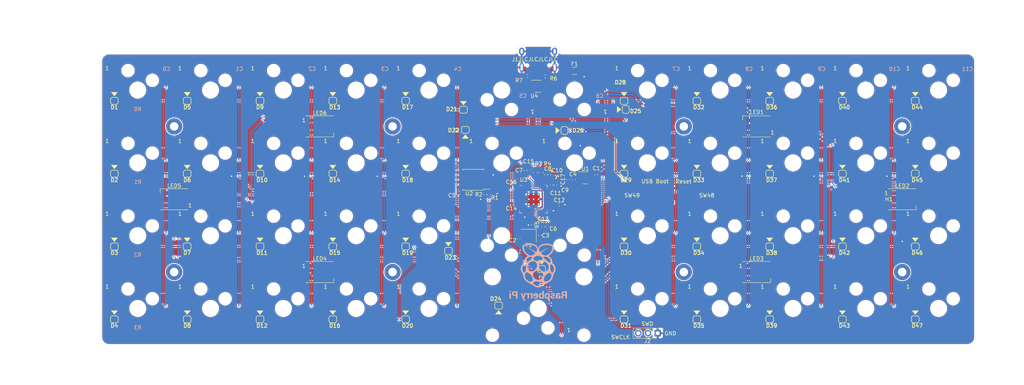
<source format=kicad_pcb>
(kicad_pcb (version 20211014) (generator pcbnew)
  (title_block (title "RP2040 Minimal Design Example") (date "2020-07-13") (rev "REV1") (company "Raspberry Pi (Trading) Ltd"))
  (layers (0 "F.Cu" signal) (31 "B.Cu" signal) (34 "B.Paste" user) (35 "F.Paste" user) (36 "B.SilkS" user "B.Silkscreen") (37 "F.SilkS" user "F.Silkscreen") (38 "B.Mask" user) (39 "F.Mask" user) (44 "Edge.Cuts" user))
  (net 0 "")
  (net 1 "GND")
  (net 2 "VBUS")
  (net 3 "XTAL_IN")
  (net 4 "DBUS+")
  (net 5 "+3V3")
  (net 6 "+1V1")
  (net 7 "DBUS-")
  (net 8 "/GPIO9")
  (net 9 "/GPIO7")
  (net 10 "/GPIO16")
  (net 11 "/RUN")
  (net 12 "/SWD")
  (net 13 "/SWCLK")
  (net 14 "/QSPI_SS")
  (net 15 "Net-(R3-Pad2)")
  (net 16 "Net-(R4-Pad2)")
  (net 17 "/~{USB_BOOT}")
  (net 20 "/QSPI_SD1")
  (net 21 "/QSPI_SD2")
  (net 22 "/QSPI_SD0")
  (net 23 "XTAL_OUT")
  (net 24 "Net-(C3-Pad1)")
  (net 25 "R0")
  (net 26 "Net-(D1-Pad2)")
  (net 27 "R1")
  (net 28 "Net-(D2-Pad2)")
  (net 29 "R2")
  (net 30 "Net-(D3-Pad2)")
  (net 31 "R3")
  (net 32 "Net-(D4-Pad2)")
  (net 33 "Net-(D5-Pad2)")
  (net 34 "Net-(D6-Pad2)")
  (net 35 "Net-(D7-Pad2)")
  (net 36 "Net-(D8-Pad2)")
  (net 37 "Net-(D9-Pad2)")
  (net 38 "Net-(D10-Pad2)")
  (net 39 "Net-(D11-Pad2)")
  (net 40 "Net-(D12-Pad2)")
  (net 41 "Net-(D13-Pad2)")
  (net 42 "Net-(D14-Pad2)")
  (net 43 "Net-(D15-Pad2)")
  (net 44 "Net-(D16-Pad2)")
  (net 45 "Net-(D17-Pad2)")
  (net 46 "Net-(D18-Pad2)")
  (net 47 "Net-(D19-Pad2)")
  (net 48 "Net-(D20-Pad2)")
  (net 49 "Net-(D21-Pad2)")
  (net 50 "Net-(D22-Pad2)")
  (net 51 "Net-(D23-Pad2)")
  (net 52 "Net-(D24-Pad2)")
  (net 53 "Net-(D25-Pad2)")
  (net 54 "Net-(D26-Pad2)")
  (net 55 "Net-(D27-Pad2)")
  (net 56 "Net-(D28-Pad2)")
  (net 57 "Net-(D29-Pad2)")
  (net 58 "Net-(D30-Pad2)")
  (net 59 "Net-(D31-Pad2)")
  (net 60 "Net-(D32-Pad2)")
  (net 61 "Net-(D33-Pad2)")
  (net 62 "Net-(D34-Pad2)")
  (net 63 "Net-(D35-Pad2)")
  (net 64 "Net-(D36-Pad2)")
  (net 65 "Net-(D37-Pad2)")
  (net 66 "Net-(D38-Pad2)")
  (net 67 "Net-(D39-Pad2)")
  (net 68 "Net-(D40-Pad2)")
  (net 69 "Net-(D41-Pad2)")
  (net 70 "Net-(D42-Pad2)")
  (net 71 "Net-(D43-Pad2)")
  (net 72 "Net-(D44-Pad2)")
  (net 73 "Net-(D45-Pad2)")
  (net 74 "Net-(D46-Pad2)")
  (net 75 "Net-(D47-Pad2)")
  (net 76 "Net-(J1-PadA5)")
  (net 78 "Net-(J1-PadB5)")
  (net 80 "C0")
  (net 81 "C1")
  (net 82 "C2")
  (net 83 "C3")
  (net 84 "C4")
  (net 85 "C5")
  (net 86 "C6")
  (net 87 "C7")
  (net 88 "C8")
  (net 89 "C9")
  (net 90 "C10")
  (net 91 "C11")
  (net 96 "/QSPI_SCLK")
  (net 97 "/QSPI_SD3")
  (net 98 "Net-(LED1-Pad2)")
  (net 99 "Net-(LED2-Pad2)")
  (net 100 "Net-(LED3-Pad2)")
  (net 101 "Net-(LED4-Pad2)")
  (net 102 "Net-(LED5-Pad2)")
  (net 104 "LED Logic")
  (net 105 "/GPIO6")
  (net 106 "/GPIO8")
  (net 107 "/GPIO17")
  (net 108 "/GPIO18")
  (net 109 "/GPIO19")
  (net 110 "/GPIO20")
  (net 111 "/GPIO13")
  (net 112 "/GPIO14")
  (net 113 "/GPIO15")
  (net 114 "/GPIO10")
  (net 115 "+5V")
  (footprint "acheron_MX:MX100H-alt" (layer "F.Cu") (at 142.5 85.5)
    (fp_text reference "SW22")
    (fp_text value "MX Switch")
  )
  (footprint "Capacitor_SMD:C_0402_1005Metric" (layer "F.Cu") (at 159.81625 89.900001 90)
    (fp_text reference "C17")
    (fp_text value "10u")
  )
  (footprint "acheron_MX:MX100H-alt" (layer "F.Cu") (at 180.5 104.5)
    (fp_text reference "SW30")
    (fp_text value "MX Switch")
  )
  (footprint "acheron_MX:MX100H-alt" (layer "F.Cu") (at 66.5 66.5)
    (fp_text reference "SW5")
    (fp_text value "MX Switch")
  )
  (footprint "acheron_MX:MX100H-alt" (layer "F.Cu") (at 237.5 123.5)
    (fp_text reference "SW43")
    (fp_text value "MX Switch")
  )
  (footprint "acheron_Components:D_SOD-123" (layer "F.Cu") (at 250.404 105.675 90)
    (fp_text reference "D46")
    (fp_text value "1N4148W")
  )
  (footprint "Capacitor_SMD:C_0402_1005Metric" (layer "F.Cu") (at 139.12 93.78 -90)
    (fp_text reference "R1")
    (fp_text value "1k")
  )
  (footprint "Capacitor_SMD:C_0402_1005Metric" (layer "F.Cu") (at 150.575 101.65 -90)
    (fp_text reference "R5")
    (fp_text value "1k")
  )
  (footprint "acheron_MX:MX100H-alt" (layer "F.Cu") (at 47.5 104.5)
    (fp_text reference "SW3")
    (fp_text value "MX Switch")
  )
  (footprint "acheron_Components:D_SOD-123" (layer "F.Cu") (at 128.58 106.81 90)
    (fp_text reference "D23")
    (fp_text value "1N4148W")
  )
  (footprint "acheron_Components:D_SOD-123" (layer "F.Cu") (at 79.404 105.675 90)
    (fp_text reference "D11")
    (fp_text value "1N4148W")
  )
  (footprint "acheron_Components:D_SOD-123" (layer "F.Cu") (at 174.404 105.675 90)
    (fp_text reference "D30")
    (fp_text value "1N4148W")
  )
  (footprint "acheron_Components:D_SOD-123" (layer "F.Cu") (at 117.404 105.675 90)
    (fp_text reference "D19")
    (fp_text value "1N4148W")
  )
  (footprint "acheron_Components:D_SOD-123" (layer "F.Cu") (at 174.404 86.675 90)
    (fp_text reference "D29")
    (fp_text value "1N4148W")
  )
  (footprint "acheron_Components:D_SOD-123" (layer "F.Cu") (at 231.404 124.675 90)
    (fp_text reference "D43")
    (fp_text value "1N4148W")
  )
  (footprint "acheron_Components:D_SOD-123" (layer "F.Cu") (at 117.404 86.675 90)
    (fp_text reference "D18")
    (fp_text value "1N4148W")
  )
  (footprint "MXBox-Library:SMD-SW-4_5.1x5.1x1.5" (layer "F.Cu") (at 182.5 94)
    (fp_text reference "SW49")
    (fp_text value "SW_MEC_5E")
  )
  (footprint "RP2040_minimal:RP2040-QFN-56" (layer "F.Cu") (at 150.8 95)
    (fp_text reference "U3")
    (fp_text value "RP2040")
  )
  (footprint "Package_SO:SOIC-8_5.23x5.23mm_P1.27mm" (layer "F.Cu") (at 135.027401 89.915929 180)
    (fp_text reference "U2")
    (fp_text value "W25Q128JVS")
  )
  (footprint "acheron_Components:D_SOD-123" (layer "F.Cu") (at 250.404 124.675 90)
    (fp_text reference "D47")
    (fp_text value "1N4148W")
  )
  (footprint "acheron_Components:D_SOD-123" (layer "F.Cu") (at 41.404 124.675 90)
    (fp_text reference "D4")
    (fp_text value "1N4148W")
  )
  (footprint "acheron_MX:MX100H-alt" (layer "F.Cu") (at 218.5 85.5)
    (fp_text reference "SW37")
    (fp_text value "MX Switch")
  )
  (footprint "acheron_MX:MX100H-alt" (layer "F.Cu") (at 199.5 66.5)
    (fp_text reference "SW32")
    (fp_text value "MX Switch")
  )
  (footprint "Capacitor_SMD:C_0402_1005Metric" (layer "F.Cu") (at 157.49 96.4)
    (fp_text reference "C12")
    (fp_text value "100n")
  )
  (footprint "Capacitor_SMD:C_0402_1005Metric" (layer "F.Cu") (at 131.46 93.34)
    (fp_text reference "C5")
    (fp_text value "100n")
  )
  (footprint "acheron_Components:D_SOD-123" (layer "F.Cu") (at 117.404 124.675 90)
    (fp_text reference "D20")
    (fp_text value "1N4148W")
  )
  (footprint "acheron_MX:MX100H-alt" (layer "F.Cu") (at 104.5 85.5)
    (fp_text reference "SW14")
    (fp_text value "MX Switch")
  )
  (footprint "Capacitor_SMD:C_0402_1005Metric" (layer "F.Cu") (at 152.45 104.425 -90)
    (fp_text reference "C3")
    (fp_text value "22pF")
  )
  (footprint "LED_SMD:LED_WS2812B_PLCC4_5.0x5.0mm_P3.2mm" (layer "F.Cu") (at 95 76)
    (fp_text reference "LED6")
    (fp_text value "LED_RGB_WS2812B")
  )
  (footprint "Capacitor_SMD:C_0402_1005Metric" (layer "F.Cu") (at 145.35 91.675 180)
    (fp_text reference "C16")
    (fp_text value "100n")
  )
  (footprint "Capacitor_SMD:C_0402_1005Metric" (layer "F.Cu") (at 148.59 87.45 90)
    (fp_text reference "C7")
    (fp_text value "100n")
  )
  (footprint "Capacitor_SMD:C_0402_1005Metric" (layer "F.Cu") (at 155.517461 91.285933 90)
    (fp_text reference "C11")
    (fp_text value "100n")
  )
  (footprint "acheron_Components:D_SOD-123" (layer "F.Cu") (at 152.91 111.55 90)
    (fp_text reference "D27")
    (fp_text value "1N4148W")
  )
  (footprint "acheron_Components:D_SOD-123" (layer "F.Cu") (at 174.404 124.675 90)
    (fp_text reference "D31")
    (fp_text value "1N4148W")
  )
  (footprint "Capacitor_SMD:C_0402_1005Metric" (layer "F.Cu") (at 167.15 88.64 -90)
    (fp_text reference "C1")
    (fp_text value "1u")
  )
  (footprint "acheron_Components:D_SOD-123" (layer "F.Cu") (at 212.404 86.675 90)
    (fp_text reference "D37")
    (fp_text value "1N4148W")
  )
  (footprint "Capacitor_SMD:C_0402_1005Metric" (layer "F.Cu") (at 146.875 105.3 90)
    (fp_text reference "C2")
    (fp_text value "22pF")
  )
  (footprint "acheron_MX:MX100H-alt" (layer "F.Cu") (at 199.5 85.5)
    (fp_text reference "SW33")
    (fp_text value "MX Switch")
  )
  (footprint "acheron_Components:D_SOD-123" (layer "F.Cu") (at 117.404 67.675 90)
    (fp_text reference "D17")
    (fp_text value "1N4148W")
  )
  (footprint "acheron_MX:MX100H-alt" (layer "F.Cu") (at 47.5 85.5)
    (fp_text reference "SW2")
    (fp_text value "MX Switch")
  )
  (footprint "acheron_MX:MX100H-alt" (layer "F.Cu") (at 104.5 66.5)
    (fp_text reference "SW13")
    (fp_text value "MX Switch")
  )
  (footprint "acheron_Components:D_SOD-123" (layer "F.Cu") (at 141.67 124.39 -90)
    (fp_text reference "D24")
    (fp_text value "1N4148W")
  )
  (footprint "acheron_MX:MX100H-alt" (layer "F.Cu") (at 180.5 123.5)
    (fp_text reference "SW31")
    (fp_text value "MX Switch")
  )
  (footprint "acheron_MX:MX100H-alt" (layer "F.Cu") (at 85.5 104.5)
    (fp_text reference "SW11")
    (fp_text value "MX Switch")
  )
  (footprint "Capacitor_SMD:C_0402_1005Metric" (layer "F.Cu") (at 153.3 102.15 -90)
    (fp_text reference "C13")
    (fp_text value "100n")
  )
  (footprint "acheron_MX:MX100H-alt" (layer "F.Cu") (at 199.5 123.5)
    (fp_text reference "SW35")
    (fp_text value "MX Switch")
  )
  (footprint "acheron_Components:D_SOD-123" (layer "F.Cu") (at 231.404 105.675 90)
    (fp_text reference "D42")
    (fp_text value "1N4148W")
  )
  (footprint "acheron_MX:MX100H-alt" (layer "F.Cu") (at 218.5 123.5)
    (fp_text reference "SW39")
    (fp_text value "MX Switch")
  )
  (footprint "Capacitor_SMD:C_0402_1005Metric" (layer "F.Cu") (at 138.13 93.77 90)
    (fp_text reference "R2")
    (fp_text value "10k")
  )
  (footprint "acheron_MX:MX100H-alt" (layer "F.Cu") (at 237.5 104.5)
    (fp_text reference "SW42")
    (fp_text value "MX Switch")
  )
  (footprint "acheron_MX:MX100H-alt" (layer "F.Cu") (at 256.5 104.5)
    (fp_text reference "SW46")
    (fp_text value "MX Switch")
  )
  (footprint "acheron_Components:D_SOD-123" (layer "F.Cu") (at 193.404 86.675 90)
    (fp_text reference "D33")
    (fp_text value "1N4148W")
  )
  (footprint "Package_TO_SOT_SMD:SOT-23" (layer "F.Cu") (at 164.2875 89.425)
    (fp_text reference "U1")
    (fp_text value "XC6206P332MR")
  )
  (footprint "acheron_Components:D_SOD-123" (layer "F.Cu") (at 79.404 124.675 90)
    (fp_text reference "D12")
    (fp_text value "1N4148W")
  )
  (footprint "acheron_MX:MX100H-alt" (layer "F.Cu") (at 180.5 66.5)
    (fp_text reference "SW28")
    (fp_text value "MX Switch")
  )
  (footprint "acheron_Connectors:USB_C_Receptacle_Hroparts_TYPE-C-31-M-12" (layer "F.Cu") (at 152 62.1 180)
    (fp_text reference "J1")
    (fp_text value "TYPE-C-31-M-12")
  )
  (footprint "acheron_Components:D_SOD-123" (layer "F.Cu") (at 193.404 67.675 90)
    (fp_text reference "D32")
    (fp_text value "1N4148W")
  )
  (footprint "Package_TO_SOT_SMD:SOT-23-6" (layer "F.Cu") (at 152 65.5)
    (fp_text reference "U4")
    (fp_text value "SRV05-4")
  )
  (footprint "acheron_MX:MX100H-alt" (layer "F.Cu") (at 47.5 66.5)
    (fp_text reference "SW1")
    (fp_text value "MX Switch")
  )
  (footprint "LED_SMD:LED_WS2812B_PLCC4_5.0x5.0mm_P3.2mm" (layer "F.Cu") (at 57 95 180)
    (fp_text reference "LED5")
    (fp_text value "LED_RGB_WS2812B")
  )
  (footprint "acheron_Components:D_SOD-123" (layer "F.Cu") (at 231.404 86.675 90)
    (fp_text reference "D41")
    (fp_text value "1N4148W")
  )
  (footprint "acheron_Components:D_SOD-123" (layer "F.Cu") (at 231.404 67.675 90)
    (fp_text reference "D40")
    (fp_text value "1N4148W")
  )
  (footprint "acheron_Components:D_SOD-123" (layer "F.Cu") (at 212.404 105.675 90)
    (fp_text reference "D38")
    (fp_text value "1N4148W")
  )
  (footprint "Capacitor_SMD:C_0603_1608Metric" (layer "F.Cu") (at 151.25 88.06 -90)
    (fp_text reference "R3")
    (fp_text value "27")
  )
  (footprint "acheron_MX:MX100H-alt" (layer "F.Cu") (at 85.5 66.5)
    (fp_text reference "SW9")
    (fp_text value "MX Switch")
  )
  (footprint "acheron_Components:D_SOD-123" (layer "F.Cu") (at 193.404 124.675 90)
    (fp_text reference "D35")
    (fp_text value "1N4148W")
  )
  (footprint "acheron_Components:D_SOD-123" (layer "F.Cu") (at 41.404 105.675 90)
    (fp_text reference "D3")
    (fp_text value "1N4148W")
  )
  (footprint "acheron_Components:D_SOD-123" (layer "F.Cu") (at 133 78.54 -90)
    (fp_text reference "D22")
    (fp_text value "1N4148W")
  )
  (footprint "acheron_Components:D_SOD-123" (layer "F.Cu") (at 41.404 67.675 90)
    (fp_text reference "D1")
    (fp_text value "1N4148W")
  )
  (footprint "acheron_Components:D_SOD-123" (layer "F.Cu") (at 60.404 105.675 90)
    (fp_text reference "D7")
    (fp_text value "1N4148W")
  )
  (footprint "acheron_MX:MX100H-alt" (layer "F.Cu") (at 85.5 85.5)
    (fp_text reference "SW10")
    (fp_text value "MX Switch")
  )
  (footprint "acheron_MX:MX100H-alt" (layer "F.Cu") (at 142.5 104.5 180)
    (fp_text reference "SW23")
    (fp_text value "MX Switch")
  )
  (footprint "acheron_Components:D_SOD-123" (layer "F.Cu") (at 250.404 67.675 90)
    (fp_text reference "D44")
    (fp_text value "1N4148W")
  )
  (footprint "acheron_MX:MX100H-alt" (layer "F.Cu") (at 123.5 123.5)
    (fp_text reference "SW20")
    (fp_text value "MX Switch")
  )
  (footprint "acheron_Components:D_SOD-123" (layer "F.Cu") (at 98.404 124.675 90)
    (fp_text reference "D16")
    (fp_text value "1N4148W")
  )
  (footprint "acheron_MX:MX100H-alt" (layer "F.Cu") (at 123.5 104.5)
    (fp_text reference "SW19")
    (fp_text value "MX Switch")
  )
  (footprint "Capacitor_SMD:C_0402_1005Metric" (layer "F.Cu") (at 161.3 89.900001 90)
    (fp_text reference "C4")
    (fp_text value "1u")
  )
  (footprint "acheron_Components:D_SOD-123" (layer "F.Cu") (at 132.5 70 90)
    (fp_text reference "D21")
    (fp_text value "1N4148W")
  )
  (footprint "Capacitor_SMD:C_0402_1005Metric" (layer "F.Cu") (at 154.425 102.145 -90)
    (fp_text reference "C6")
    (fp_text value "100n")
  )
  (footprint "acheron_MX:MX100H-alt" (layer "F.Cu") (at 66.5 85.5)
    (fp_text reference "SW6")
    (fp_text value "MX Switch")
  )
  (footprint "MXBox-Library:SMD-SW-4_5.1x5.1x1.5" (layer "F.Cu") (at 190 94)
    (fp_text reference "SW48")
    (fp_text value "SW_MEC_5E")
  )
  (footprint "LED_SMD:LED_WS2812B_PLCC4_5.0x5.0mm_P3.2mm" (layer "F.Cu") (at 209 76 180)
    (fp_text reference "LED1")
    (fp_text value "LED_RGB_WS2812B")
  )
  (footprint "acheron_MX:MX100H-alt" (layer "F.Cu") (at 161.5 66.5 180)
    (fp_text reference "SW25")
    (fp_text value "MX Switch")
  )
  (footprint "acheron_MX:MX100H-alt" (layer "F.Cu") (at 199.5 104.5)
    (fp_text reference "SW34")
    (fp_text value "MX Switch")
  )
  (footprint "acheron_MX:MX100H-alt" (layer "F.Cu") (at 123.5 66.5)
    (fp_text reference "SW17")
    (fp_text value "MX Switch")
  )
  (footprint "acheron_MX:MX100H-alt" (layer "F.Cu") (at 256.5 66.5)
    (fp_text reference "SW44")
    (fp_text value "MX Switch")
  )
  (footprint "acheron_Components:D_SOD-123" (layer "F.Cu") (at 79.404 86.675 90)
    (fp_text reference "D10")
    (fp_text value "1N4148W")
  )
  (footprint "acheron_Components:D_SOD-123" (layer "F.Cu") (at 157.198814 77.049228 180)
    (fp_text reference "D26")
    (fp_text value "1N4148W")
  )
  (footprint "acheron_MX:MX100H-alt" (layer "F.Cu") (at 180.5 85.5)
    (fp_text reference "SW29")
    (fp_text value "MX Switch")
  )
  (footprint "acheron_MX:MX100H-alt" (layer "F.Cu") (at 85.5 123.5)
    (fp_text reference "SW12")
    (fp_text value "MX Switch")
  )
  (footprint "acheron_Components:D_SOD-123" (layer "F.Cu") (at 173.2 71.58 180)
    (fp_text reference "D25")
    (fp_text value "1N4148W")
  )
  (footprint "acheron_Components:D_SOD-123" (layer "F.Cu") (at 98.404 67.675 90)
    (fp_text reference "D13")
    (fp_text value "1N4148W")
  )
  (footprint "acheron_Components:D_SOD-123" (layer "F.Cu") (at 98.404 105.675 90)
    (fp_text reference "D15")
    (fp_text value "1N4148W")
  )
  (footprint "acheron_MX:MX100H-alt" (layer "F.Cu") (at 66.5 104.5)
    (fp_text reference "SW7")
    (fp_text value "MX Switch")
  )
  (footprint "acheron_MX:MX100H-alt" (layer "F.Cu") (at 66.5 123.5)
    (fp_text reference "SW8")
    (fp_text value "MX Switch")
  )
  (footprint "Capacitor_SMD:C_0402_1005Metric" (layer "F.Cu") (at 149.615 87.464974 90)
    (fp_text reference "C15")
    (fp_text value "100n")
  )
  (footprint "acheron_Components:D_SOD-123" (layer "F.Cu") (at 193.404 105.675 90)
    (fp_text reference "D34")
    (fp_text value "1N4148W")
  )
  (footprint "LED_SMD:LED_WS2812B_PLCC4_5.0x5.0mm_P3.2mm" (layer "F.Cu") (at 95 114)
    (fp_text reference "LED4")
    (fp_text value "LED_RGB_WS2812B")
  )
  (footprint "Crystal:Crystal_SMD_3225-4Pin_3.2x2.5mm" (layer "F.Cu") (at 149.5 104.5 180)
    (fp_text reference "Y1")
    (fp_text value "12MHz")
  )
  (footprint "acheron_Components:D_SOD-123" (layer "F.Cu") (at 212.404 67.675 90)
    (fp_text reference "D36")
    (fp_text value "1N4148W")
  )
  (footprint "acheron_Components:D_SOD-123" (layer "F.Cu") (at 60.404 124.675 90)
    (fp_text reference "D8")
    (fp_text value "1N4148W")
  )
  (footprint "acheron_MX:MX100H-alt" (layer "F.Cu") (at 237.5 85.5)
    (fp_text reference "SW41")
    (fp_text value "MX Switch")
  )
  (footprint "acheron_MX:MX100H-alt" (layer "F.Cu") (at 256.5 85.5)
    (fp_text reference "SW45")
    (fp_text value "MX Switch")
  )
  (footprint "acheron_Components:D_SOD-123" (layer "F.Cu") (at 60.404 67.675 90)
    (fp_text reference "D5")
    (fp_text value "1N4148W")
  )
  (footprint "acheron_MX:MX100H-alt" (layer "F.Cu") (at 218.5 104.5)
    (fp_text reference "SW38")
    (fp_text value "MX Switch")
  )
  (footprint "Resistor_SMD:R_0402_1005Metric" (layer "F.Cu") (at 149.222688 62.855349 180)
    (fp_text reference "R7")
    (fp_text value "5.1k")
  )
  (footprint "acheron_Components:D_SOD-123" (layer "F.Cu") (at 98.404 86.675 90)
    (fp_text reference "D14")
    (fp_text value "1N4148W")
  )
  (footprint "acheron_MX:MX100H-alt" (layer "F.Cu") (at 104.5 104.5)
    (fp_text reference "SW15")
    (fp_text value "MX Switch")
  )
  (footprint "Capacitor_SMD:C_0402_1005Metric" (layer "F.Cu") (at 154.97 88.63 90)
    (fp_text reference "C10")
    (fp_text value "1u")
  )
  (footprint "biggz_footprints:40_pcb_mounting_holes" (layer "F.Cu") (at 152 95)
    (fp_text reference "H1")
    (fp_text value "MountingHole-KB40")
  )
  (footprint "acheron_MX:MX100H-alt" (layer "F.Cu") (at 256.5 123.5)
    (fp_text reference "SW47")
    (fp_text value "MX Switch")
  )
  (footprint "LED_SMD:LED_WS2812B_PLCC4_5.0x5.0mm_P3.2mm" (layer "F.Cu") (at 209 114)
    (fp_text reference "LED3")
    (fp_text value "LED_RGB_WS2812B")
  )
  (footprint "acheron_Components:D_SOD-123" (layer "F.Cu") (at 41.404 86.675 90)
    (fp_text reference "D2")
    (fp_text value "1N4148W")
  )
  (footprint "Capacitor_SMD:C_0402_1005Metric" (layer "F.Cu") (at 154 88.63 90)
    (fp_text reference "C8")
    (fp_text value "1u")
  )
  (footprint "acheron_Components:D_SOD-123" (layer "F.Cu") (at 212.404 124.675 90)
    (fp_text reference "D39")
    (fp_text value "1N4148W")
  )
  (footprint "acheron_MX:MX100H-alt" (layer "F.Cu") (at 104.5 123.5)
    (fp_text reference "SW16")
    (fp_text value "MX Switch")
  )
  (footprint "LED_SMD:LED_WS2812B_PLCC4_5.0x5.0mm_P3.2mm" (layer "F.Cu") (at 247 95)
    (fp_text reference "LED2")
    (fp_text value "LED_RGB_WS2812B")
  )
  (footprint "acheron_Components:D_SOD-123" (layer "F.Cu") (at 79.404 67.675 90)
    (fp_text reference "D9")
    (fp_text value "1N4148W")
  )
  (footprint "Capacitor_SMD:C_0402_1005Metric" (layer "F.Cu") (at 156.517461 91.285933 90)
    (fp_text reference "C9")
    (fp_text value "100n")
  )
  (footprint "acheron_MX:MX100H-alt" (layer "F.Cu") (at 218.5 66.5)
    (fp_text reference "SW36")
    (fp_text value "MX Switch")
  )
  (footprint "acheron_Components:D_SOD-123" (layer "F.Cu") (at 250.404 86.675 90)
    (fp_text reference "D45")
    (fp_text value "1N4148W")
  )
  (footprint "Fuse:Fuse_1206_3216Metric" (layer "F.Cu") (at 161.5 61.5)
    (fp_text reference "F1")
    (fp_text value "500mA")
  )
  (footprint "acheron_Components:D_SOD-123" (layer "F.Cu") (at 174.404 67.675 90)
    (fp_text reference "D28")
    (fp_text value "1N4148W")
  )
  (footprint "acheron_MX:MX100H-alt" (layer "F.Cu") (at 161.5 85.5)
    (fp_text reference "SW26")
    (fp_text value "MX Switch")
  )
  (footprint "Capacitor_SMD:C_0402_1005Metric" (layer "F.Cu") (at 145.6 96 180)
    (fp_text reference "C14")
    (fp_text value "100n")
  )
  (footprint "acheron_MX:MX100H-alt" (layer "F.Cu") (at 161.5 104.5 180)
    (fp_text reference "SW27")
    (fp_text value "MX Switch")
  )
  (footprint "acheron_MX:MX200H-alt" (layer "F.Cu") (at 152 123.5 180)
    (fp_text reference "SW24")
    (fp_text value "MX Switch")
  )
  (footprint "acheron_MX:MX100H-alt" (layer "F.Cu") (at 142.5 66.5 180)
    (fp_text reference "SW21")
    (fp_text value "MX Switch")
  )
  (footprint "acheron_MX:MX100H-alt" (layer "F.Cu") (at 123.5 85.5)
    (fp_text reference "SW18")
    (fp_text value "MX Switch")
  )
  (footprint "acheron_MX:MX100H-alt" (layer "F.Cu") (at 237.5 66.5)
    (fp_text reference "SW40")
    (fp_text value "MX Switch")
  )
  (footprint "Capacitor_SMD:C_0603_1608Metric" (layer "F.Cu") (at 152.75 88.06 -90)
    (fp_text reference "R4")
    (fp_text value "27")
  )
  (footprint "acheron_Components:D_SOD-123" (layer "F.Cu") (at 60.404 86.675 90)
    (fp_text reference "D6")
    (fp_text value "1N4148W")
  )
  (footprint "Connector_PinHeader_2.54mm:PinHeader_1x03_P2.54mm_Vertical" (layer "F.Cu") (at 183.2 129.95 -90)
    (fp_text reference "J2")
    (fp_text value "Conn_01x03")
  )
  (footprint "Resistor_SMD:R_0402_1005Metric" (layer "F.Cu") (at 153.851475 62.940945 180)
    (fp_text reference "R6")
    (fp_text value "5.1k")
  )
  (footprint "acheron_MX:MX100H-alt" (layer "F.Cu") (at 47.5 123.5)
    (fp_text reference "SW4")
    (fp_text value "MX Switch")
  )
  (footprint "MXBox-Library:RPi_Logo" (layer "B.Cu") (at 152 114 180)
    (fp_text reference "G***" hide)
    (fp_text value "LOGO" hide)
  )
  (gr_line (start 147.25 55) (end 156.75 55) (layer "Edge.Cuts") (width 0.05))
  (gr_arc (start 156.75 55) (mid 157.28033 55.21967) (end 157.5 55.75) (layer "Edge.Cuts") (width 0.05))
  (gr_arc (start 158.25 57) (mid 157.71967 56.78033) (end 157.5 56.25) (layer "Edge.Cuts") (width 0.05))
  (gr_line (start 266 131) (end 266 59) (layer "Edge.Cuts") (width 0.05))
  (gr_arc (start 146.5 55.75) (mid 146.71967 55.21967) (end 147.25 55) (layer "Edge.Cuts") (width 0.05))
  (gr_line (start 264 57) (end 158.25 57) (layer "Edge.Cuts") (width 0.05))
  (gr_arc (start 264 57) (mid 265.414214 57.585786) (end 266 59) (layer "Edge.Cuts") (width 0.05))
  (gr_arc (start 266 131) (mid 265.414214 132.414214) (end 264 133) (layer "Edge.Cuts") (width 0.05))
  (gr_arc (start 38 59) (mid 38.585786 57.585786) (end 40 57) (layer "Edge.Cuts") (width 0.05))
  (gr_arc (start 146.5 56.25) (mid 146.28033 56.78033) (end 145.75 57) (layer "Edge.Cuts") (width 0.05))
  (gr_line (start 38 59) (end 38 131) (layer "Edge.Cuts") (width 0.05))
  (gr_line (start 146.5 56.25) (end 146.5 55.75) (layer "Edge.Cuts") (width 0.05))
  (gr_line (start 145.75 57) (end 40 57) (layer "Edge.Cuts") (width 0.05))
  (gr_line (start 40 133) (end 264 133) (layer "Edge.Cuts") (width 0.05))
  (gr_arc (start 40 133) (mid 38.585786 132.414214) (end 38 131) (layer "Edge.Cuts") (width 0.05))
  (gr_line (start 157.5 56.25) (end 157.5 55.75) (layer "Edge.Cuts") (width 0.05))
  (gr_text "C3" (at 112 61) (layer "B.SilkS") (effects (font (size 1 1)) (justify mirror)))
  (gr_text "C8" (at 207 61) (layer "B.SilkS") (effects (font (size 1 1)) (justify mirror)))
  (gr_text "R1" (at 47.5 90.5) (layer "B.SilkS") (effects (font (size 1 1)) (justify mirror)))
  (gr_text "C9" (at 226 61) (layer "B.SilkS") (effects (font (size 1 1)) (justify mirror)))
  (gr_text "C2" (at 93 61) (layer "B.SilkS") (effects (font (size 1 1)) (justify mirror)))
  (gr_text "R2\n" (at 47.5 109.5) (layer "B.SilkS") (effects (font (size 1 1)) (justify mirror)))
  (gr_text "C10" (at 245 61) (layer "B.SilkS") (effects (font (size 1 1)) (justify mirror)))
  (gr_text "R3" (at 47.5 128.5) (layer "B.SilkS") (effects (font (size 1 1)) (justify mirror)))
  (gr_text "C5" (at 148 68) (layer "B.SilkS") (effects (font (size 1 1)) (justify mirror)))
  (gr_text "C7" (at 188 61) (layer "B.SilkS") (effects (font (size 1 1)) (justify mirror)))
  (gr_text "C1" (at 74 61) (layer "B.SilkS") (effects (font (size 1 1)) (justify mirror)))
  (gr_text "C6" (at 168 68) (layer "B.SilkS") (effects (font (size 1 1)) (justify mirror)))
  (gr_text "C4" (at 131 61) (layer "B.SilkS") (effects (font (size 1 1)) (justify mirror)))
  (gr_text "C11" (at 264 61) (layer "B.SilkS") (effects (font (size 1 1)) (justify mirror)))
  (gr_text "C0" (at 55 61) (layer "B.SilkS") (effects (font (size 1 1)) (justify mirror)))
  (gr_text "R0" (at 47.5 71.5) (layer "B.SilkS") (effects (font (size 1 1)) (justify mirror)))
  (gr_text "JLCJLCJLCJLC" (at 151.986539 58.480131) (layer "F.SilkS") (effects (font (size 1 1))))
  (gr_text "Reset" (at 189.96 90.36) (layer "F.SilkS") (effects (font (size 1 1))))
  (gr_text "USB Boot" (at 182.48 90.32) (layer "F.SilkS") (effects (font (size 1 1))))
  (gr_text "SWD" (at 180.5 127.5) (layer "F.SilkS") (effects (font (size 1 1))))
  (gr_text "GND\n" (at 186.5 130) (layer "F.SilkS") (effects (font (size 1 1))))
  (gr_text "SWCLK" (at 173.5 131) (layer "F.SilkS") (effects (font (size 1 1))))
  (segment (start 146.875 104.82) (end 146.875 102.372078) (width 0.2) (layer "F.Cu") (net 1))
  (segment (start 155.25 62.05242) (end 154.361475 62.940945) (width 0.2) (layer "F.Cu") (net 1))
  (segment (start 148.75 61.375) (end 148.75 62.818037) (width 0.2) (layer "F.Cu") (net 1))
  (segment (start 148.475 61.375) (end 147.7 60.6) (width 0.5) (layer "F.Cu") (net 1))
  (segment (start 148.75 62.818037) (end 148.712688 62.855349) (width 0.2) (layer "F.Cu") (net 1))
  (segment (start 162.245001 88.475) (end 161.3 89.420001) (width 0.5) (layer "F.Cu") (net 1))
  (segment (start 149.8 99.447078) (end 149.8 98.4375) (width 0.2) (layer "F.Cu") (net 1))
  (segment (start 148.75 61.375) (end 148.475 61.375) (width 0.5) (layer "F.Cu") (net 1))
  (segment (start 146.875 102.372078) (end 149.8 99.447078) (width 0.2) (layer "F.Cu") (net 1))
  (segment (start 155.25 61.375) (end 155.25 62.05242) (width 0.2) (layer "F.Cu") (net 1))
  (segment (start 155.25 61.375) (end 155.525 61.375) (width 0.5) (layer "F.Cu") (net 1))
  (segment (start 163.35 88.475) (end 162.245001 88.475) (width 0.5) (layer "F.Cu") (net 1))
  (segment (start 155.525 61.375) (end 156.3 60.6) (width 0.5) (layer "F.Cu") (net 1))
  (segment (start 149.247078 100) (end 149.8 99.447078) (width 0.2) (layer "F.Cu") (net 1))
  (segment (start 157.97 96.4) (end 158.95 96.4) (width 0.2) (layer "F.Cu") (net 1))
  (segment (start 159.81625 89.420001) (end 161.3 89.420001) (width 0.5) (layer "F.Cu") (net 1))
  (via (at 148.51 99.68) (size 0.6) (drill 0.35) (layers "F.Cu" "B.Cu") (net 1))
  (via (at 205.229657 88.959472) (size 0.6) (drill 0.35) (layers "F.Cu" "B.Cu") (net 1))
  (via (at 157.973294 91.544874) (size 0.6) (drill 0.35) (layers "F.Cu" "B.Cu") (net 1))
  (via (at 156 98) (size 0.6) (drill 0.35) (layers "F.Cu" "B.Cu") (net 1))
  (via (at 141.31778 93.546813) (size 0.6) (drill 0.35) (layers "F.Cu" "B.Cu") (net 1))
  (via (at 163 81) (size 0.6) (drill 0.35) (layers "F.Cu" "B.Cu") (net 1))
  (via (at 137 95) (size 0.6) (drill 0.35) (layers "F.Cu" "B.Cu") (net 1))
  (via (at 243 89) (size 0.6) (drill 0.35) (layers "F.Cu" "B.Cu") (net 1))
  (via (at 158.95 96.4) (size 0.6) (drill 0.35) (layers "F.Cu" "B.Cu") (net 1))
  (via (at 247 106) (size 0.6) (drill 0.35) (layers "F.Cu" "B.Cu") (net 1))
  (via (at 110 89) (size 0.6) (drill 0.35) (layers "F.Cu" "B.Cu") (net 1))
  (via (at 164 63) (size 0.6) (drill 0.35) (layers "F.Cu" "B.Cu") (net 1))
  (via (at 91 89) (size 0.6) (drill 0.35) (layers "F.Cu" "B.Cu") (net 1))
  (via (at 149.45 101.73) (size 0.6) (drill 0.35) (layers "F.Cu" "B.Cu") (net 1))
  (via (at 224 89) (size 0.6) (drill 0.35) (layers "F.Cu" "B.Cu") (net 1))
  (via (at 72 89) (size 0.6) (drill 0.35) (layers "F.Cu" "B.Cu") (net 1))
  (via (at 140.250859 88.648133) (size 0.6) (drill 0.35) (layers "F.Cu" "B.Cu") (net 1))
  (segment (start 157.5 58.5) (end 155.102039 58.5) (width 0.5) (layer "F.Cu") (net 2))
  (segment (start 153.65154 59.950499) (end 150.34846 59.950499) (width 0.4) (layer "F.Cu") (net 2))
  (segment (start 160.1 61.1) (end 157.5 58.5) (width 0.5) (layer "F.Cu") (net 2))
  (segment (start 149.55 60.748959) (end 149.55 61.375) (width 0.4) (layer "F.Cu") (net 2))
  (segment (start 154.45 60.748959) (end 153.65154 59.950499) (width 0.4) (layer "F.Cu") (net 2))
  (segment (start 154.45 61.375) (end 154.45 60.748959) (width 0.4) (layer "F.Cu") (net 2))
  (segment (start 150.34846 59.950499) (end 149.55 60.748959) (width 0.4) (layer "F.Cu") (net 2))
  (segment (start 155.102039 58.5) (end 153.65154 59.950499) (width 0.5) (layer "F.Cu") (net 2))
  (segment (start 160.1 61.5) (end 160.1 61.1) (width 0.5) (layer "F.Cu") (net 2))
  (segment (start 147.295702 102.445645) (end 147.295702 104.245702) (width 0.2) (layer "F.Cu") (net 3))
  (segment (start 148.4 105.35) (end 147.305 105.35) (width 0.2) (layer "F.Cu") (net 3))
  (segment (start 147.305 105.35) (end 146.875 105.78) (width 0.2) (layer "F.Cu") (net 3))
  (segment (start 150.2 99.541347) (end 147.295702 102.445645) (width 0.2) (layer "F.Cu") (net 3))
  (segment (start 150.2 98.4375) (end 150.2 99.541347) (width 0.2) (layer "F.Cu") (net 3))
  (segment (start 147.295702 104.245702) (end 148.4 105.35) (width 0.2) (layer "F.Cu") (net 3))
  (segment (start 151.77 67.07) (end 151.15 66.45) (width 0.3) (layer "F.Cu") (net 4))
  (segment (start 151.15 66.45) (end 150.8625 66.45) (width 0.3) (layer "F.Cu") (net 4))
  (segment (start 151.775 65.815685) (end 151.775 62.632889) (width 0.2) (layer "F.Cu") (net 4))
  (segment (start 151.959619 60.4) (end 152.254 60.694381) (width 0.2) (layer "F.Cu") (net 4))
  (segment (start 151.540381 60.4) (end 151.959619 60.4) (width 0.2) (layer "F.Cu") (net 4))
  (segment (start 151.25 87.285) (end 151.77 86.765) (width 0.3) (layer "F.Cu") (net 4))
  (segment (start 151.25 62.107889) (end 151.25 61.375) (width 0.2) (layer "F.Cu") (net 4))
  (segment (start 151.25 60.690381) (end 151.540381 60.4) (width 0.2) (layer "F.Cu") (net 4))
  (segment (start 151.775 62.632889) (end 151.25 62.107889) (width 0.2) (layer "F.Cu") (net 4))
  (segment (start 150.8625 66.45) (end 151.211396 66.45) (width 0.3) (layer "F.Cu") (net 4))
  (segment (start 152.254 60.694381) (end 152.254 61.375) (width 0.2) (layer "F.Cu") (net 4))
  (segment (start 151.77 86.765) (end 151.77 67.07) (width 0.3) (layer "F.Cu") (net 4))
  (segment (start 151.140685 66.45) (end 151.775 65.815685) (width 0.2) (layer "F.Cu") (net 4))
  (segment (start 151.25 61.375) (end 151.25 60.690381) (width 0.2) (layer "F.Cu") (net 4))
  (segment (start 150.8625 66.45) (end 151.140685 66.45) (width 0.2) (layer "F.Cu") (net 4))
  (segment (start 151 91.5625) (end 151 90.45) (width 0.2) (layer "F.Cu") (net 5))
  (segment (start 159.81625 90.380001) (end 161.3 90.380001) (width 0.5) (layer "F.Cu") (net 5))
  (segment (start 153 91.08) (end 154.97 89.11) (width 0.3) (layer "F.Cu") (net 5))
  (segment (start 159.79625 90.360001) (end 159.81625 90.380001) (width 0.5) (layer "F.Cu") (net 5))
  (segment (start 151 90.45) (end 151 89.74) (width 0.2) (layer "F.Cu") (net 5))
  (segment (start 154.2375 96) (end 156.61 96) (width 0.2) (layer "F.Cu") (net 5))
  (segment (start 153.775736 96) (end 153.55 95.774264) (width 0.2) (layer "F.Cu") (net 5))
  (segment (start 161.3 90.380001) (end 163.344999 90.380001) (width 0.5) (layer "F.Cu") (net 5))
  (segment (start 153.335025 92.77) (end 153.705025 92.4) (width 0.3) (layer "F.Cu") (net 5))
  (segment (start 151 97.975736) (end 151 98.4375) (width 0.2) (layer "F.Cu") (net 5))
  (segment (start 153.705025 92.4) (end 154.2375 92.4) (width 0.3) (layer "F.Cu") (net 5))
  (segment (start 151.38 90.12) (end 150.47 89.21) (width 0.2) (layer "F.Cu") (net 5))
  (segment (start 147.3625 92.4) (end 147.3625 92.0875) (width 0.2) (layer "F.Cu") (net 5))
  (segment (start 153 91.5625) (end 153 91.08) (width 0.3) (layer "F.Cu") (net 5))
  (segment (start 147.824264 96) (end 148.05 96.225736) (width 0.2) (layer "F.Cu") (net 5))
  (segment (start 155.517461 91.765933) (end 156.517461 91.765933) (width 0.3) (layer "F.Cu") (net 5))
  (segment (start 150.325 86.485) (end 150.72 86.09) (width 0.2) (layer "F.Cu") (net 5))
  (segment (start 158.093676 90.360001) (end 156.843675 89.11) (width 0.5) (layer "F.Cu") (net 5))
  (segment (start 151.4 91.5625) (end 151.4 90.12) (width 0.2) (layer "F.Cu") (net 5))
  (segment (start 147.3625 96) (end 146.08 96) (width 0.2) (layer "F.Cu") (net 5))
  (segment (start 155.517461 91.765933) (end 154.883394 92.4) (width 0.3) (layer "F.Cu") (net 5))
  (segment (start 151 89.74) (end 150.47 89.21) (width 0.2) (layer "F.Cu") (net 5))
  (segment (start 147.3625 92.0875) (end 146.95 91.675) (width 0.2) (layer "F.Cu") (net 5))
  (segment (start 153.55 96.225736) (end 153.55 97.55) (width 0.2) (layer "F.Cu") (net 5))
  (segment (start 156.843675 89.11) (end 154.97 89.11) (width 0.5) (layer "F.Cu") (net 5))
  (segment (start 148.05 97.51) (end 148.29 97.75) (width 0.2) (layer "F.Cu") (net 5))
  (segment (start 148.16 92.4) (end 148.53 92.77) (width 0.3) (layer "F.Cu") (net 5))
  (segment (start 138.13 95.42) (end 138.71 96) (width 0.3) (layer "F.Cu") (net 5))
  (segment (start 140.43 92.205686) (end 142.095686 90.54) (width 0.3) (layer "F.Cu") (net 5))
  (segment (start 153.35 97.75) (end 151.225736 97.75) (width 0.2) (layer "F.Cu") (net 5))
  (segment (start 153 91.5625) (end 153.4 91.5625) (width 0.3) (layer "F.Cu") (net 5))
  (segment (start 148.05 96.225736) (end 148.05 97.51) (width 0.2) (layer "F.Cu") (net 5))
  (segment (start 147.3625 92.4) (end 148.16 92.4) (width 0.3) (layer "F.Cu") (net 5))
  (segment (start 153.55 95.774264) (end 153.55 92.625736) (width 0.2) (layer "F.Cu") (net 5))
  (segment (start 140.43 95.2) (end 140.43 92.205686) (width 0.3) (layer "F.Cu") (net 5))
  (segment (start 148.53 92.77) (end 153.335025 92.77) (width 0.3) (layer "F.Cu") (net 5))
  (segment (start 154.2375 96) (end 153.775736 96) (width 0.2) (layer "F.Cu") (net 5))
  (segment (start 149.615 88.355) (end 149.615 87.944974) (width 0.2) (layer "F.Cu") (net 5))
  (segment (start 148.29 97.75) (end 150.774264 97.75) (width 0.2) (layer "F.Cu") (net 5))
  (segment (start 151 98.4375) (end 151 99.370613) (width 0.2) (layer "F.Cu") (net 5))
  (segment (start 130.98 92.26833) (end 131.427401 91.820929) (width 0.3) (layer "F.Cu") (net 5))
  (segment (start 153.4 91.5625) (end 154.2375 92.4) (width 0.3) (layer "F.Cu") (net 5))
  (segment (start 154.883394 92.4) (end 154.2375 92.4) (width 0.3) (layer "F.Cu") (net 5))
  (segment (start 153.775736 96) (end 153.55 96.225736) (width 0.2) (layer "F.Cu") (net 5))
  (segment (start 158.093676 90.360001) (end 159.79625 90.360001) (width 0.5) (layer "F.Cu") (net 5))
  (segment (start 144.695 90.54) (end 145.83 91.675) (width 0.3) (layer "F.Cu") (net 5))
  (segment (start 159.831249 90.375) (end 159.81625 90.360001) (width 0.5) (layer "F.Cu") (net 5))
  (segment (start 150.325 87.234974) (end 150.325 86.485) (width 0.2) (layer "F.Cu") (net 5))
  (segment (start 153.299387 101.67) (end 153.3 101.67) (width 0.2) (layer "F.Cu") (net 5))
  (segment (start 138.13 94.25) (end 138.13 95.42) (width 0.3) (layer "F.Cu") (net 5))
  (segment (start 150.774264 97.75) (end 151 97.975736) (width 0.2) (layer "F.Cu") (net 5))
  (segment (start 151 99.370613) (end 153.299387 101.67) (width 0.2) (layer "F.Cu") (net 5))
  (segment (start 147.3625 96) (end 147.824264 96) (width 0.2) (layer "F.Cu") (net 5))
  (segment (start 146.95 91.675) (end 145.83 91.675) (width 0.2) (layer "F.Cu") (net 5))
  (segment (start 138.71 96) (end 139.63 96) (width 0.3) (layer "F.Cu") (net 5))
  (segment (start 130.98 93.34) (end 130.98 92.26833) (width 0.3) (layer "F.Cu") (net 5))
  (segment (start 131.89 94.25) (end 130.98 93.34) (width 0.3) (layer "F.Cu") (net 5))
  (segment (start 151.225736 97.75) (end 151 97.975736) (width 0.2) (layer "F.Cu") (net 5))
  (segment (start 150.47 89.21) (end 149.615 88.355) (width 0.2) (layer "F.Cu") (net 5))
  (segment (start 142.095686 90.54) (end 144.695 90.54) (width 0.3) (layer "F.Cu") (net 5))
  (segment (start 138.13 94.25) (end 131.89 94.25) (width 0.3) (layer "F.Cu") (net 5))
  (segment (start 149.615 87.944974) (end 150.325 87.234974) (width 0.2) (layer "F.Cu") (net 5))
  (segment (start 156.61 96) (end 157.01 96.4) (width 0.2) (layer "F.Cu") (net 5))
  (segment (start 139.63 96) (end 140.43 95.2) (width 0.3) (layer "F.Cu") (net 5))
  (segment (start 153.55 97.55) (end 153.35 97.75) (width 0.2) (layer "F.Cu") (net 5))
  (segment (start 163.344999 90.380001) (end 163.35 90.375) (width 0.5) (layer "F.Cu") (net 5))
  (via (at 150.72 86.09) (size 0.6) (drill 0.35) (layers "F.Cu" "B.Cu") (net 5))
  (via (at 156.843675 89.11) (size 0.6) (drill 0.35) (layers "F.Cu" "B.Cu") (net 5))
  (segment (start 156.843675 89.11) (end 156.843675 88.643675) (width 0.3) (layer "B.Cu") (net 5))
  (segment (start 154.29 86.09) (end 150.72 86.09) (width 0.3) (layer "B.Cu") (net 5))
  (segment (start 156.843675 88.643675) (end 154.29 86.09) (width 0.3) (layer "B.Cu") (net 5))
  (segment (start 151.4 98.4375) (end 151.4 99.276344) (width 0.2) (layer "F.Cu") (net 6))
  (segment (start 150.6 91.5625) (end 150.6 92.024264) (width 0.2) (layer "F.Cu") (net 6))
  (segment (start 150.6 91.5625) (end 150.6 90.17) (width 0.2) (layer "F.Cu") (net 6))
  (segment (start 152.973656 100.85) (end 153.61 100.85) (width 0.2) (layer "F.Cu") (net 6))
  (segment (start 150.6 90.17) (end 149.79 89.36) (width 0.2) (layer "F.Cu") (net 6))
  (segment (start 152.6 92.024264) (end 152.374264 92.25) (width 0.2) (layer "F.Cu") (net 6))
  (segment (start 152.6 90.51) (end 154 89.11) (width 0.2) (layer "F.Cu") (net 6))
  (segment (start 152.6 91.5625) (end 152.6 92.024264) (width 0.2) (layer "F.Cu") (net 6))
  (segment (start 150.825736 92.25) (end 150.6 92.024264) (width 0.2) (layer "F.Cu") (net 6))
  (segment (start 152.6 91.5625) (end 152.6 90.51) (width 0.2) (layer "F.Cu") (net 6))
  (segment (start 148.59 87.93) (end 148.59 88.16) (width 0.2) (layer "F.Cu") (net 6))
  (segment (start 153.61 100.85) (end 154.425 101.665) (width 0.2) (layer "F.Cu") (net 6))
  (segment (start 154.425 101.665) (end 154.425 100.75) (width 0.3) (layer "F.Cu") (net 6))
  (segment (start 152.374264 92.25) (end 150.825736 92.25) (width 0.2) (layer "F.Cu") (net 6))
  (segment (start 148.59 88.16) (end 149.79 89.36) (width 0.2) (layer "F.Cu") (net 6))
  (segment (start 151.4 99.276344) (end 152.973656 100.85) (width 0.2) (layer "F.Cu") (net 6))
  (via (at 154.425 100.75) (size 0.6) (drill 0.35) (layers "F.Cu" "B.Cu") (net 6))
  (via (at 149.79 89.36) (size 0.6) (drill 0.35) (layers "F.Cu" "B.Cu") (net 6))
  (segment (start 151.4 99.27) (end 151.4 97.78) (width 0.2) (layer "B.Cu") (net 6))
  (segment (start 150.6 92.03) (end 150.6 90.17) (width 0.2) (layer "B.Cu") (net 6))
  (segment (start 154.425 100.75) (end 152.88 100.75) (width 0.2) (layer "B.Cu") (net 6))
  (segment (start 150.6 90.17) (end 149.79 89.36) (width 0.2) (layer "B.Cu") (net 6))
  (segment (start 153.17 97.05) (end 153.17 93.28) (width 0.2) (layer "B.Cu") (net 6))
  (segment (start 151.4 97.78) (end 151.8 97.38) (width 0.2) (layer "B.Cu") (net 6))
  (segment (start 152.14 92.25) (end 150.82 92.25) (width 0.2) (layer "B.Cu") (net 6))
  (segment (start 150.82 92.25) (end 150.6 92.03) (width 0.2) (layer "B.Cu") (net 6))
  (segment (start 152.88 100.75) (end 151.4 99.27) (width 0.2) (layer "B.Cu") (net 6))
  (segment (start 152.84 97.38) (end 153.17 97.05) (width 0.2) (layer "B.Cu") (net 6))
  (segment (start 153.17 93.28) (end 152.14 92.25) (width 0.2) (layer "B.Cu") (net 6))
  (segment (start 151.8 97.38) (end 152.84 97.38) (width 0.2) (layer "B.Cu") (net 6))
  (segment (start 153.1375 66.45) (end 152.859315 66.45) (width 0.2) (layer "F.Cu") (net 7))
  (segment (start 152.225 65.815685) (end 152.225 62.588619) (width 0.2) (layer "F.Cu") (net 7))
  (segment (start 152.23 86.765) (end 152.75 87.285) (width 0.3) (layer "F.Cu") (net 7))
  (segment (start 152.225 62.530619) (end 152.225 62.588619) (width 0.2) (layer "F.Cu") (net 7))
  (segment (start 152.23 67.008604) (end 152.23 86.765) (width 0.3) (layer "F.Cu") (net 7))
  (segment (start 153.1375 66.45) (end 152.788604 66.45) (width 0.3) (layer "F.Cu") (net 7))
  (segment (start 151.75 61.375) (end 151.75 62.055619) (width 0.2) (layer "F.Cu") (net 7))
  (segment (start 152.225 62.588619) (end 152.463619 62.35) (width 0.2) (layer "F.Cu") (net 7))
  (segment (start 152.859315 66.45) (end 152.225 65.815685) (width 0.2) (layer "F.Cu") (net 7))
  (segment (start 151.75 62.055619) (end 152.225 62.530619) (width 0.2) (layer "F.Cu") (net 7))
  (segment (start 152.788604 66.45) (end 152.23 67.008604) (width 0.3) (layer "F.Cu") (net 7))
  (segment (start 152.75 62.063619) (end 152.75 61.375) (width 0.2) (layer "F.Cu") (net 7))
  (segment (start 152.463619 62.35) (end 152.75 62.063619) (width 0.2) (layer "F.Cu") (net 7))
  (segment (start 152.6 98.993534) (end 152.6 98.4375) (width 0.2) (layer "F.Cu") (net 11))
  (segment (start 167.35 96.32) (end 160.41 96.32) (width 0.2) (layer "F.Cu") (net 11))
  (segment (start 153.080967 99.474501) (end 152.6 98.993534) (width 0.2) (layer "F.Cu") (net 11))
  (segment (start 157.255499 99.474501) (end 153.080967 99.474501) (width 0.2) (layer "F.Cu") (net 11))
  (segment (start 160.41 96.32) (end 157.255499 99.474501) (width 0.2) (layer "F.Cu") (net 11))
  (segment (start 193 95.875) (end 190.235 93.11) (width 0.2) (layer "F.Cu") (net 11))
  (segment (start 170.56 93.11) (end 167.35 96.32) (width 0.2) (layer "F.Cu") (net 11))
  (segment (start 190.235 93.11) (end 170.56 93.11) (width 0.2) (layer "F.Cu") (net 11))
  (segment (start 152.2 99.087804) (end 152.936198 99.824002) (width 0.2) (layer "F.Cu") (net 12))
  (segment (start 152.2 98.4375) (end 152.2 99.087804) (width 0.2) (layer "F.Cu") (net 12))
  (segment (start 160.54573 96.68) (end 167.49 96.68) (width 0.2) (layer "F.Cu") (net 12))
  (segment (start 167.49 96.68) (end 169.36 94.81) (width 0.2) (layer "F.Cu") (net 12))
  (segment (start 152.936198 99.824002) (end 157.401728 99.824002) (width 0.2) (layer "F.Cu") (net 12))
  (segment (start 169.36 94.81) (end 170.37 94.81) (width 0.2) (layer "F.Cu") (net 12))
  (segment (start 157.401728 99.824002) (end 160.54573 96.68) (width 0.2) (layer "F.Cu") (net 12))
  (via (at 170.37 94.81) (size 0.6) (drill 0.35) (layers "F.Cu" "B.Cu") (net 12))
  (segment (start 180.66 129.95) (end 178.910499 128.200499) (width 0.2) (layer "B.Cu") (net 12))
  (segment (start 178.910499 128.200499) (end 173.600499 128.200499) (width 0.2) (layer "B.Cu") (net 12))
  (segment (start 173.600499 128.200499) (end 170.37 124.97) (width 0.2) (layer "B.Cu") (net 12))
  (segment (start 170.37 124.97) (end 170.37 94.81) (width 0.2) (layer "B.Cu") (net 12))
  (segment (start 151.8 98.4375) (end 151.8 99.182074) (width 0.2) (layer "F.Cu") (net 13))
  (segment (start 160.68 97.04) (end 167.64 97.04) (width 0.2) (layer "F.Cu") (net 13))
  (segment (start 169.25 95.43) (end 169.8205 95.43) (width 0.2) (layer "F.Cu") (net 13))
  (segment (start 151.8 99.182074) (end 152.79143 100.173503) (width 0.2) (layer "F.Cu") (net 13))
  (segment (start 167.64 97.04) (end 169.25 95.43) (width 0.2) (layer "F.Cu") (net 13))
  (segment (start 157.546497 100.173503) (end 160.68 97.04) (width 0.2) (layer "F.Cu") (net 13))
  (segment (start 152.79143 100.173503) (end 157.546497 100.173503) (width 0.2) (layer "F.Cu") (net 13))
  (via (at 169.8205 95.43) (size 0.6) (drill 0.35) (layers "F.Cu" "B.Cu") (net 13))
  (segment (start 173.44 128.55) (end 169.8205 124.9305) (width 0.2) (layer "B.Cu") (net 13))
  (segment (start 169.8205 124.9305) (end 169.8205 95.43) (width 0.2) (layer "B.Cu") (net 13))
  (segment (start 176.72 128.55) (end 173.44 128.55) (width 0.2) (layer "B.Cu") (net 13))
  (segment (start 178.12 129.95) (end 176.72 128.55) (width 0.2) (layer "B.Cu") (net 13))
  (segment (start 139.12 92.313528) (end 138.627401 91.820929) (width 0.3) (layer "F.Cu") (net 14))
  (segment (start 138.13 93.29) (end 138.13 92.31833) (width 0.3) (layer "F.Cu") (net 14))
  (segment (start 138.13 92.31833) (end 138.627401 91.820929) (width 0.3) (layer "F.Cu") (net 14))
  (segment (start 140.249071 91.820929) (end 138.627401 91.820929) (width 0.2) (layer "F.Cu") (net 14))
  (segment (start 139.12 93.3) (end 139.12 92.313528) (width 0.3) (layer "F.Cu") (net 14))
  (segment (start 148.2 91.5625) (end 148.2 91.19427) (width 0.2) (layer "F.Cu") (net 14))
  (segment (start 148.2 91.19427) (end 147.13073 90.125) (width 0.2) (layer "F.Cu") (net 14))
  (segment (start 147.13073 90.125) (end 141.945 90.125) (width 0.2) (layer "F.Cu") (net 14))
  (segment (start 141.945 90.125) (end 140.249071 91.820929) (width 0.2) (layer "F.Cu") (net 14))
  (segment (start 151.8 89.385) (end 151.25 88.835) (width 0.2) (layer "F.Cu") (net 15))
  (segment (start 151.8 91.5625) (end 151.8 89.385) (width 0.2) (layer "F.Cu") (net 15))
  (segment (start 152.2 89.385) (end 152.75 88.835) (width 0.2) (layer "F.Cu") (net 16))
  (segment (start 152.2 91.5625) (end 152.2 89.385) (width 0.2) (layer "F.Cu") (net 16))
  (segment (start 168.688402 112.451598) (end 153.468705 112.451598) (width 0.2) (layer "F.Cu") (net 17))
  (segment (start 153.467107 112.45) (end 142.27 112.45) (width 0.2) (layer "F.Cu") (net 17))
  (segment (start 142.27 112.45) (end 140.74 110.92) (width 0.2) (layer "F.Cu") (net 17))
  (segment (start 173.72 97.06) (end 172.54 98.24) (width 0.2) (layer "F.Cu") (net 17))
  (segment (start 185.5 95.875) (end 184.315 97.06) (width 0.2) (layer "F.Cu") (net 17))
  (segment (start 139.12 94.26) (end 139.12 95.1) (width 0.3) (layer "F.Cu") (net 17))
  (segment (start 140.74 110.92) (end 140.74 106.21) (width 0.2) (layer "F.Cu") (net 17))
  (segment (start 184.315 97.06) (end 173.72 97.06) (width 0.2) (layer "F.Cu") (net 17))
  (segment (start 140.74 106.21) (end 138.99 104.46) (width 0.2) (layer "F.Cu") (net 17))
  (segment (start 172.54 98.24) (end 172.54 108.6) (width 0.2) (layer "F.Cu") (net 17))
  (segment (start 172.54 108.6) (end 168.688402 112.451598) (width 0.2) (layer "F.Cu") (net 17))
  (segment (start 153.468705 112.451598) (end 153.467107 112.45) (width 0.2) (layer "F.Cu") (net 17))
  (via (at 139.12 104.59) (size 0.6) (drill 0.35) (layers "F.Cu" "B.Cu") (net 17))
  (via (at 139.12 95.1) (size 0.6) (drill 0.35) (layers "F.Cu" "B.Cu") (net 17))
  (segment (start 139.12 95.1) (end 139.12 104.59) (width 0.2) (layer "B.Cu") (net 17))
  (segment (start 141.009071 90.550929) (end 138.627401 90.550929) (width 0.2) (layer "F.Cu") (net 20))
  (segment (start 148.6 91.5625) (end 148.6 91.093566) (width 0.2) (layer "F.Cu") (net 20))
  (segment (start 141.785 89.775) (end 141.009071 90.550929) (width 0.2) (layer "F.Cu") (net 20))
  (segment (start 147.275704 89.775) (end 141.785 89.775) (width 0.2) (layer "F.Cu") (net 20))
  (segment (start 148.6 91.5625) (end 148.6 91.099296) (width 0.2) (layer "F.Cu") (net 20))
  (segment (start 148.6 91.099296) (end 147.275704 89.775) (width 0.2) (layer "F.Cu") (net 20))
  (segment (start 138.771472 89.425) (end 138.627401 89.280929) (width 0.2) (layer "F.Cu") (net 21))
  (segment (start 147.426409 89.425) (end 138.771472 89.425) (width 0.2) (layer "F.Cu") (net 21))
  (segment (start 149 91.5625) (end 149 90.998591) (width 0.2) (layer "F.Cu") (net 21))
  (segment (start 149 90.998591) (end 147.426409 89.425) (width 0.2) (layer "F.Cu") (net 21))
  (segment (start 130.61 86.86) (end 139.55 86.86) (width 0.2) (layer "F.Cu") (net 22))
  (segment (start 149.4 90.903617) (end 149.4 91.5625) (width 0.2) (layer "F.Cu") (net 22))
  (segment (start 131.427401 88.010929) (end 130.555986 88.010929) (width 0.2) (layer "F.Cu") (net 22))
  (segment (start 130.36 87.814943) (end 130.36 87.11) (width 0.2) (layer "F.Cu") (net 22))
  (segment (start 130.555986 88.010929) (end 130.36 87.814943) (width 0.2) (layer "F.Cu") (net 22))
  (segment (start 130.36 87.11) (end 130.61 86.86) (width 0.2) (layer "F.Cu") (net 22))
  (segment (start 141.765 89.075) (end 147.571383 89.075) (width 0.2) (layer "F.Cu") (net 22))
  (segment (start 139.55 86.86) (end 141.765 89.075) (width 0.2) (layer "F.Cu") (net 22))
  (segment (start 147.571383 89.075) (end 149.4 90.903617) (width 0.2) (layer "F.Cu") (net 22))
  (segment (start 150.6 98.4375) (end 150.6 101.145) (width 0.2) (layer "F.Cu") (net 23))
  (segment (start 150.6 101.145) (end 150.575 101.17) (width 0.2) (layer "F.Cu") (net 23))
  (segment (start 152.325 103.82) (end 150.77 103.82) (width 0.3) (layer "F.Cu") (net 24))
  (segment (start 152.45 103.945) (end 152.325 103.82) (width 0.3) (layer "F.Cu") (net 24))
  (segment (start 150.77 103.82) (end 150.6 103.65) (width 0.3) (layer "F.Cu") (net 24))
  (segment (start 150.575 103.625) (end 150.6 103.65) (width 0.2) (layer "F.Cu") (net 24))
  (segment (start 150.575 102.13) (end 150.575 103.625) (width 0.2) (layer "F.Cu") (net 24))
  (segment (start 193.404 69.325) (end 174.404 69.325) (width 0.3) (layer "F.Cu") (net 25))
  (segment (start 174.54 69.461) (end 174.404 69.325) (width 0.3) (layer "F.Cu") (net 25))
  (segment (start 166.34 93.2) (end 172.15 87.39) (width 0.2) (layer "F.Cu") (net 25))
  (segment (start 132.5 71.65) (end 135.14 74.29) (width 0.3) (layer "F.Cu") (net 25))
  (segment (start 125.685 69.325) (end 128.01 71.65) (width 0.3) (layer "F.Cu") (net 25))
  (segment (start 212.404 69.325) (end 193.404 69.325) (width 0.3) (layer "F.Cu") (net 25))
  (segment (start 135.14 74.29) (end 141.28 74.29) (width 0.3) (layer "F.Cu") (net 25))
  (segment (start 98.404 69.325) (end 117.404 69.325) (width 0.3) (layer "F.Cu") (net 25))
  (segment (start 172.15 76.99) (end 174.85 74.29) (width 0.2) (layer "F.Cu") (net 25))
  (segment (start 174.54 71.27) (end 174.54 69.461) (width 0.3) (layer "F.Cu") (net 25))
  (segment (start 79.404 69.325) (end 98.404 69.325) (width 0.3) (layer "F.Cu") (net 25))
  (segment (start 172.15 87.39) (end 172.15 76.99) (width 0.2) (layer "F.Cu") (net 25))
  (segment (start 174.85 71.58) (end 174.85 74.29) (width 0.3) (layer "F.Cu") (net 25))
  (segment (start 117.404 69.325) (end 125.685 69.325) (width 0.3) (layer "F.Cu") (net 25))
  (segment (start 60.404 69.325) (end 79.404 69.325) (width 0.3) (layer "F.Cu") (net 25))
  (segment (start 231.404 69.325) (end 212.404 69.325) (width 0.3) (layer "F.Cu") (net 25))
  (segment (start 128.01 71.65) (end 132.5 71.65) (width 0.3) (layer "F.Cu") (net 25))
  (segment (start 154.2375 93.2) (end 166.34 93.2) (width 0.2) (layer "F.Cu") (net 25))
  (segment (start 41.404 69.325) (end 60.404 69.325) (width 0.3) (layer "F.Cu") (net 25))
  (segment (start 250.404 69.325) (end 231.404 69.325) (width 0.3) (layer "F.Cu") (net 25))
  (segment (start 174.85 71.58) (end 174.54 71.27) (width 0.3) (layer "F.Cu") (net 25))
  (via (at 141.28 74.29) (size 0.6) (drill 0.35) (layers "F.Cu" "B.Cu") (net 25))
  (via (at 174.85 74.29) (size 0.6) (drill 0.35) (layers "F.Cu" "B.Cu") (net 25))
  (segment (start 141.28 74.29) (end 174.85 74.29) (width 0.3) (layer "B.Cu") (net 25))
  (segment (start 41.404 61.42) (end 41.404 66.025) (width 0.3) (layer "F.Cu") (net 26))
  (segment (start 231.404 88.325) (end 212.404 88.325) (width 0.3) (layer "F.Cu") (net 27))
  (segment (start 117.404 88.325) (end 119.095 88.325) (width 0.3) (layer "F.Cu") (net 27))
  (segment (start 79.404 88.325) (end 98.404 88.325) (width 0.3) (layer "F.Cu") (net 27))
  (segment (start 119.095 88.325) (end 120.43 86.99) (width 0.3) (layer "F.Cu") (net 27))
  (segment (start 154.2375 94) (end 166.55573 94) (width 0.2) (layer "F.Cu") (net 27))
  (segment (start 166.55573 94) (end 172.23073 88.325) (width 0.2) (layer "F.Cu") (net 27))
  (segment (start 174.404 89.825) (end 174.404 88.325) (width 0.3) (layer "F.Cu") (net 27))
  (segment (start 98.404 88.325) (end 117.404 88.325) (width 0.3) (layer "F.Cu") (net 27))
  (segment (start 158.848814 77.049228) (end 160.348814 77.049228) (width 0.3) (layer "F.Cu") (net 27))
  (segment (start 193.404 88.325) (end 174.404 88.325) (width 0.3) (layer "F.Cu") (net 27))
  (segment (start 134.73 75.16) (end 141.28 75.16) (width 0.3) (layer "F.Cu") (net 27))
  (segment (start 60.404 88.325) (end 79.404 88.325) (width 0.3) (layer "F.Cu") (net 27))
  (segment (start 133 76.89) (end 134.73 75.16) (width 0.3) (layer "F.Cu") (net 27))
  (segment (start 172.23073 88.325) (end 174.404 88.325) (width 0.2) (layer "F.Cu") (net 27))
  (segment (start 212.404 88.325) (end 193.404 88.325) (width 0.3) (layer "F.Cu") (net 27))
  (segment (start 120.43 84.4) (end 127.94 76.89) (width 0.3) (layer "F.Cu") (net 27))
  (segment (start 120.43 86.99) (end 120.43 84.4) (width 0.3) (layer "F.Cu") (net 27))
  (segment (start 155.49 75.16) (end 156.959586 75.16) (width 0.3) (layer "F.Cu") (net 27))
  (segment (start 41.404 88.325) (end 60.404 88.325) (width 0.3) (layer "F.Cu") (net 27))
  (segment (start 156.959586 75.16) (end 158.848814 77.049228) (width 0.3) (layer "F.Cu") (net 27))
  (segment (start 127.94 76.89) (end 133 76.89) (width 0.3) (layer "F.Cu") (net 27))
  (segment (start 250.404 88.325) (end 231.404 88.325) (width 0.3) (layer "F.Cu") (net 27))
  (via (at 141.28 75.16) (size 0.6) (drill 0.35) (layers "F.Cu" "B.Cu") (net 27))
  (via (at 155.49 75.16) (size 0.6) (drill 0.35) (layers "F.Cu" "B.Cu") (net 27))
  (via (at 160.348814 77.049228) (size 0.6) (drill 0.35) (layers "F.Cu" "B.Cu") (net 27))
  (via (at 174.404 89.825) (size 0.6) (drill 0.35) (layers "F.Cu" "B.Cu") (net 27))
  (segment (start 172.14 87.561) (end 174.404 89.825) (width 0.3) (layer "B.Cu") (net 27))
  (segment (start 172.14 79.75) (end 172.14 87.561) (width 0.3) (layer "B.Cu") (net 27))
  (segment (start 141.28 75.16) (end 155.49 75.16) (width 0.3) (layer "B.Cu") (net 27))
  (segment (start 160.348814 77.049228) (end 169.439228 77.049228) (width 0.3) (layer "B.Cu") (net 27))
  (segment (start 169.439228 77.049228) (end 172.14 79.75) (width 0.3) (layer "B.Cu") (net 27))
  (segment (start 41.404 80.42) (end 41.404 85.025) (width 0.3) (layer "F.Cu") (net 28))
  (segment (start 123.895731 99.66) (end 145.3025 99.66) (width 0.2) (layer "F.Cu") (net 29))
  (segment (start 212.404 107.325) (end 193.404 107.325) (width 0.3) (layer "F.Cu") (net 29))
  (segment (start 117.404 106.151731) (end 123.895731 99.66) (width 0.2) (layer "F.Cu") (net 29))
  (segment (start 128.79 108.46) (end 128.58 108.46) (width 0.3) (layer "F.Cu") (net 29))
  (segment (start 152.56 112.85) (end 133.18 112.85) (width 0.3) (layer "F.Cu") (net 29))
  (segment (start 193.404 107.325) (end 174.404 107.325) (width 0.3) (layer "F.Cu") (net 29))
  (segment (start 79.404 107.325) (end 98.404 107.325) (width 0.3) (layer "F.Cu") (net 29))
  (segment (start 60.404 107.325) (end 79.404 107.325) (width 0.3) (layer "F.Cu") (net 29))
  (segment (start 98.404 107.325) (end 117.404 107.325) (width 0.3) (layer "F.Cu") (net 29))
  (segment (start 145.3025 99.66) (end 147.3625 97.6) (width 0.2) (layer "F.Cu") (net 29))
  (segment (start 231.404 107.325) (end 212.404 107.325) (width 0.3) (layer "F.Cu") (net 29))
  (segment (start 117.404 107.325) (end 117.404 106.151731) (width 0.2) (layer "F.Cu") (net 29))
  (segment (start 152.91 113.2) (end 152.56 112.85) (width 0.3) (layer "F.Cu") (net 29))
  (segment (start 118.539 108.46) (end 128.58 108.46) (width 0.3) (layer "F.Cu") (net 29))
  (segment (start 250.404 107.325) (end 231.404 107.325) (width 0.3) (layer "F.Cu") (net 29))
  (segment (start 133.18 112.85) (end 128.79 108.46) (width 0.3) (layer "F.Cu") (net 29))
  (segment (start 117.404 107.325) (end 118.539 108.46) (width 0.3) (layer "F.Cu") (net 29))
  (segment (start 168.877901 112.851099) (end 174.404 107.325) (width 0.3) (layer "F.Cu") (net 29))
  (segment (start 41.404 107.325) (end 60.404 107.325) (width 0.3) (layer "F.Cu") (net 29))
  (segment (start 153.258901 112.851099) (end 168.877901 112.851099) (width 0.3) (layer "F.Cu") (net 29))
  (segment (start 152.91 113.2) (end 153.258901 112.851099) (width 0.3) (layer "F.Cu") (net 29))
  (segment (start 41.404 99.42) (end 41.404 104.025) (width 0.3) (layer "F.Cu") (net 30))
  (segment (start 141.67 122.74) (end 138.085 126.325) (width 0.3) (layer "F.Cu") (net 31))
  (segment (start 60.404 126.325) (end 79.404 126.325) (width 0.3) (layer "F.Cu") (net 31))
  (segment (start 117.404 126.325) (end 138.055 126.325) (width 0.3) (layer "F.Cu") (net 31))
  (segment (start 212.404 126.325) (end 231.404 126.325) (width 0.3) (layer "F.Cu") (net 31))
  (segment (start 141.67 122.74) (end 143.59 120.82) (width 0.3) (layer "F.Cu") (net 31))
  (segment (start 41.404 126.325) (end 60.404 126.325) (width 0.3) (layer "F.Cu") (net 31))
  (segment (start 147.01927 98.4375) (end 145.447268 100.009501) (width 0.2) (layer "F.Cu") (net 31))
  (segment (start 143.59 120.82) (end 153.83 120.82) (width 0.3) (layer "F.Cu") (net 31))
  (segment (start 153.83 120.82) (end 159.335 126.325) (width 0.3) (layer "F.Cu") (net 31))
  (segment (start 124.0405 100.009501) (end 119.66 104.39) (width 0.2) (layer "F.Cu") (net 31))
  (segment (start 98.404 126.325) (end 117.404 126.325) (width 0.3) (layer "F.Cu") (net 31))
  (segment (start 231.404 126.325) (end 250.404 126.325) (width 0.3) (layer "F.Cu") (net 31))
  (segment (start 148.2 98.4375) (end 147.01927 98.4375) (width 0.2) (layer "F.Cu") (net 31))
  (segment (start 159.335 126.325) (end 174.404 126.325) (width 0.3) (layer "F.Cu") (net 31))
  (segment (start 145.447268 100.009501) (end 124.0405 100.009501) (width 0.2) (layer "F.Cu") (net 31))
  (segment (start 79.404 126.325) (end 98.404 126.325) (width 0.3) (layer "F.Cu") (net 31))
  (segment (start 119.66 104.39) (end 119.66 107.5) (width 0.2) (layer "F.Cu") (net 31))
  (segment (start 193.404 126.325) (end 212.404 126.325) (width 0.3) (layer "F.Cu") (net 31))
  (segment (start 174.404 126.325) (end 193.404 126.325) (width 0.3) (layer "F.Cu") (net 31))
  (segment (start 138.085 126.325) (end 138.055 126.325) (width 0.3) (layer "F.Cu") (net 31))
  (via (at 119.66 107.5) (size 0.6) (drill 0.35) (layers "F.Cu" "B.Cu") (net 31))
  (via (at 115.704 126.325) (size 0.6) (drill 0.35) (layers "F.Cu" "B.Cu") (net 31))
  (segment (start 115.704 126.325) (end 115.704 116.056) (width 0.2) (layer "B.Cu") (net 31))
  (segment (start 116.39 115.37) (end 119.66 112.1) (width 0.2) (layer "B.Cu") (net 31))
  (segment (start 115.704 116.056) (end 116.39 115.37) (width 0.2) (layer "B.Cu") (net 31))
  (segment (start 119.66 112.1) (end 119.66 107.5) (width 0.2) (layer "B.Cu") (net 31))
  (segment (start 41.404 118.42) (end 41.404 123.025) (width 0.3) (layer "F.Cu") (net 32))
  (segment (start 60.404 61.42) (end 60.404 66.025) (width 0.3) (layer "F.Cu") (net 33))
  (segment (start 60.404 80.42) (end 60.404 85.025) (width 0.3) (layer "F.Cu") (net 34))
  (segment (start 60.404 99.42) (end 60.404 104.025) (width 0.3) (layer "F.Cu") (net 35))
  (segment (start 60.404 118.42) (end 60.404 123.025) (width 0.3) (layer "F.Cu") (net 36))
  (segment (start 79.404 61.42) (end 79.404 66.025) (width 0.3) (layer "F.Cu") (net 37))
  (segment (start 79.404 80.42) (end 79.404 85.025) (width 0.3) (layer "F.Cu") (net 38))
  (segment (start 79.404 99.42) (end 79.404 104.025) (width 0.3) (layer "F.Cu") (net 39))
  (segment (start 79.404 118.42) (end 79.404 123.025) (width 0.3) (layer "F.Cu") (net 40))
  (segment (start 98.404 61.42) (end 98.404 66.025) (width 0.3) (layer "F.Cu") (net 41))
  (segment (start 98.404 80.42) (end 98.404 85.025) (width 0.3) (layer "F.Cu") (net 42))
  (segment (start 98.404 99.42) (end 98.404 104.025) (width 0.3) (layer "F.Cu") (net 43))
  (segment (start 98.404 118.42) (end 98.404 123.025) (width 0.3) (layer "F.Cu") (net 44))
  (segment (start 117.404 61.42) (end 117.404 66.025) (width 0.3) (layer "F.Cu") (net 45))
  (segment (start 117.404 80.42) (end 117.404 85.025) (width 0.3) (layer "F.Cu") (net 46))
  (segment (start 117.404 99.42) (end 117.404 104.025) (width 0.3) (layer "F.Cu") (net 47))
  (segment (start 117.404 118.42) (end 117.404 123.025) (width 0.3) (layer "F.Cu") (net 48))
  (segment (start 134.444 68.35) (end 132.5 68.35) (width 0.3) (layer "F.Cu") (net 49))
  (segment (start 135.134 69.04) (end 134.444 68.35) (width 0.3) (layer "F.Cu") (net 49))
  (segment (start 133.23 80.42) (end 133 80.19) (width 0.3) (layer "F.Cu") (net 50))
  (segment (start 136.404 80.42) (end 133.23 80.42) (width 0.3) (layer "F.Cu") (net 50))
  (segment (start 135.134 107.04) (end 133.254 105.16) (width 0.3) (layer "F.Cu") (net 51))
  (segment (start 133.254 105.16) (end 128.58 105.16) (width 0.3) (layer "F.Cu") (net 51))
  (segment (start 144.634 126.04) (end 141.67 126.04) (width 0.3) (layer "F.Cu") (net 52))
  (segment (start 167.596 71.58) (end 167.596 69.534) (width 0.3) (layer "F.Cu") (net 53))
  (segment (start 171.55 71.58) (end 171.55 69.8) (width 0.3) (layer "F.Cu") (net 53))
  (via (at 167.596 69.534) (size 0.6) (drill 0.35) (layers "F.Cu" "B.Cu") (net 53))
  (via (at 171.55 69.534) (size 0.6) (drill 0.35) (layers "F.Cu" "B.Cu") (net 53))
  (segment (start 167.596 69.534) (end 171.55 69.534) (width 0.3) (layer "B.Cu") (net 53))
  (segment (start 155.404 80.42) (end 155.404 77.194042) (width 0.3) (layer "F.Cu") (net 54))
  (segment (start 155.404 77.194042) (end 155.548814 77.049228) (width 0.3) (layer "F.Cu") (net 54))
  (segment (start 154.134 108.676) (end 154.134 107.04) (width 0.3) (layer "F.Cu") (net 55))
  (segment (start 152.91 109.9) (end 154.134 108.676) (width 0.3) (layer "F.Cu") (net 55))
  (segment (start 174.404 61.42) (end 174.404 66.025) (width 0.3) (layer "F.Cu") (net 56))
  (segment (start 174.404 85.025) (end 174.404 80.42) (width 0.3) (layer "F.Cu") (net 57))
  (segment (start 174.404 99.42) (end 174.404 104.025) (width 0.3) (layer "F.Cu") (net 58))
  (segment (start 174.404 118.42) (end 174.404 123.025) (width 0.3) (layer "F.Cu") (net 59))
  (segment (start 193.404 61.42) (end 193.404 66.025) (width 0.3) (layer "F.Cu") (net 60))
  (segment (start 193.404 85.025) (end 193.404 80.42) (width 0.3) (layer "F.Cu") (net 61))
  (segment (start 193.404 99.42) (end 193.404 104.025) (width 0.3) (layer "F.Cu") (net 62))
  (segment (start 193.404 123.025) (end 193.404 118.42) (width 0.3) (layer "F.Cu") (net 63))
  (segment (start 212.404 61.42) (end 212.404 66.025) (width 0.3) (layer "F.Cu") (net 64))
  (segment (start 212.404 85.025) (end 212.404 80.42) (width 0.3) (layer "F.Cu") (net 65))
  (segment (start 212.404 99.42) (end 212.404 104.025) (width 0.3) (layer "F.Cu") (net 66))
  (segment (start 212.404 118.42) (end 212.404 123.025) (width 0.3) (layer "F.Cu") (net 67))
  (segment (start 231.404 61.42) (end 231.404 66.025) (width 0.3) (layer "F.Cu") (net 68))
  (segment (start 231.404 85.025) (end 231.404 80.42) (width 0.3) (layer "F.Cu") (net 69))
  (segment (start 231.404 99.42) (end 231.404 104.025) (width 0.3) (layer "F.Cu") (net 70))
  (segment (start 231.404 118.42) (end 231.404 123.025) (width 0.3) (layer "F.Cu") (net 71))
  (segment (start 250.404 61.42) (end 250.404 66.025) (width 0.3) (layer "F.Cu") (net 72))
  (segment (start 250.404 85.025) (end 250.404 80.42) (width 0.3) (layer "F.Cu") (net 73))
  (segment (start 250.404 99.42) (end 250.404 104.025) (width 0.3) (layer "F.Cu") (net 74))
  (segment (start 250.404 118.42) (end 250.404 123.025) (width 0.3) (layer "F.Cu") (net 75))
  (segment (start 153.25 62.84947) (end 153.341475 62.940945) (width 0.2) (layer "F.Cu") (net 76))
  (segment (start 153.25 61.375) (end 153.25 62.84947) (width 0.2) (layer "F.Cu") (net 76))
  (segment (start 150.25 61.375) (end 150.25 62.338037) (width 0.2) (layer "F.Cu") (net 78))
  (segment (start 150.25 62.338037) (end 149.732688 62.855349) (width 0.2) (layer "F.Cu") (net 78))
  (segment (start 54.866 82.96) (end 54.866 84.844) (width 0.3) (layer "F.Cu") (net 80))
  (segment (start 132.287513 97.797513) (end 140.412487 97.797513) (width 0.2) (layer "F.Cu") (net 80))
  (segment (start 128.34 93.85) (end 132.287513 97.797513) (width 0.2) (layer "F.Cu") (net 80))
  (segment (start 54.866 101.96) (end 54.866 103.844) (width 0.3) (layer "F.Cu") (net 80))
  (segment (start 63.61 93.85) (end 128.34 93.85) (width 0.2) (layer "F.Cu") (net 80))
  (segment (start 143.41 94.8) (end 147.3625 94.8) (width 0.2) (layer "F.Cu") (net 80))
  (segment (start 58.714 88.954) (end 63.61 93.85) (width 0.2) (layer "F.Cu") (net 80))
  (segment (start 54.866 88.954) (end 58.714 88.954) (width 0.2) (layer "F.Cu") (net 80))
  (segment (start 54.866 120.96) (end 54.866 122.844) (width 0.3) (layer "F.Cu") (net 80))
  (segment (start 54.866 63.96) (end 54.866 65.844) (width 0.3) (layer "F.Cu") (net 80))
  (segment (start 140.412487 97.797513) (end 143.41 94.8) (width 0.2) (layer "F.Cu") (net 80))
  (via (at 54.866 84.844) (size 0.6) (drill 0.35) (layers "F.Cu" "B.Cu") (net 80))
  (via (at 54.866 103.844) (size 0.6) (drill 0.35) (layers "F.Cu" "B.Cu") (net 80))
  (via (at 54.866 122.844) (size 0.6) (drill 0.35) (layers "F.Cu" "B.Cu") (net 80))
  (via (at 54.866 65.844) (size 0.6) (drill 0.35) (layers "F.Cu" "B.Cu") (net 80))
  (via (at 54.866 88.954) (size 0.6) (drill 0.35) (layers "F.Cu" "B.Cu") (net 80))
  (segment (start 54.16 84.138) (end 54.16 66.55) (width 0.3) (layer "B.Cu") (net 80))
  (segment (start 54.11 104.6) (end 54.866 103.844) (width 0.3) (layer "B.Cu") (net 80))
  (segment (start 54.866 84.844) (end 54.16 84.138) (width 0.3) (layer "B.Cu") (net 80))
  (segment (start 54.16 66.55) (end 54.866 65.844) (width 0.3) (layer "B.Cu") (net 80))
  (segment (start 54.866 89.604) (end 54.866 84.844) (width 0.3) (layer "B.Cu") (net 80))
  (segment (start 54.866 103.844) (end 54.866 89.604) (width 0.3) (layer "B.Cu") (net 80))
  (segment (start 54.866 122.844) (end 54.11 122.088) (width 0.3) (layer "B.Cu") (net 80))
  (segment (start 54.11 122.088) (end 54.11 104.6) (width 0.3) (layer "B.Cu") (net 80))
  (segment (start 73.866 101.96) (end 73.866 103.844) (width 0.3) (layer "F.Cu") (net 81))
  (segment (start 73.866 120.96) (end 73.866 122.844) (width 0.3) (layer "F.Cu") (net 81))
  (segment (start 128.49 93.5) (end 78.412 93.5) (width 0.2) (layer "F.Cu") (net 81))
  (segment (start 73.866 82.96) (end 73.866 84.844) (width 0.3) (layer "F.Cu") (net 81))
  (segment (start 78.412 93.5) (end 73.866 88.954) (width 0.2) (layer "F.Cu") (net 81))
  (segment (start 132.438008 97.448008) (end 128.49 93.5) (width 0.2) (layer "F.Cu") (net 81))
  (segment (start 140.229779 97.448008) (end 132.438008 97.448008) (width 0.2) (layer "F.Cu") (net 81))
  (segment (start 143.277787 94.4) (end 140.229779 97.448008) (width 0.2) (layer "F.Cu") (net 81))
  (segment (start 73.866 63.96) (end 73.866 65.844) (width 0.3) (layer "F.Cu") (net 81))
  (segment (start 147.3625 94.4) (end 143.277787 94.4) (width 0.2) (layer "F.Cu") (net 81))
  (via (at 73.866 65.844) (size 0.6) (drill 0.35) (layers "F.Cu" "B.Cu") (net 81))
  (via (at 73.866 88.954) (size 0.6) (drill 0.35) (layers "F.Cu" "B.Cu") (net 81))
  (via (at 73.866 103.844) (size 0.6) (drill 0.35) (layers "F.Cu" "B.Cu") (net 81))
  (via (at 73.866 122.844) (size 0.6) (drill 0.35) (layers "F.Cu" "B.Cu") (net 81))
  (via (at 73.866 84.844) (size 0.6) (drill 0.35) (layers "F.Cu" "B.Cu") (net 81))
  (segment (start 73.866 89.084) (end 73.866 84.844) (width 0.3) (layer "B.Cu") (net 81))
  (segment (start 73.866 103.844) (end 73.866 89.084) (width 0.3) (layer "B.Cu") (net 81))
  (segment (start 73.866 103.844) (end 73.866 122.844) (width 0.3) (layer "B.Cu") (net 81))
  (segment (start 73.866 84.844) (end 73.866 65.844) (width 0.3) (layer "B.Cu") (net 81))
  (segment (start 92.836 82.99) (end 92.866 82.96) (width 0.3) (layer "F.Cu") (net 82))
  (segment (start 92.836 65.844) (end 92.836 63.99) (width 0.3) (layer "F.Cu") (net 82))
  (segment (start 132.598503 97.098503) (end 128.65 93.15) (width 0.2) (layer "F.Cu") (net 82))
  (segment (start 97.032 93.15) (end 92.836 88.954) (width 0.2) (layer "F.Cu") (net 82))
  (segment (start 128.65 93.15) (end 97.032 93.15) (width 0.2) (layer "F.Cu") (net 82))
  (segment (start 147.3625 94) (end 143.183518 94) (width 0.2) (layer "F.Cu") (net 82))
  (segment (start 140.085015 97.098503) (end 132.598503 97.098503) (width 0.2) (layer "F.Cu") (net 82))
  (segment (start 92.836 63.99) (end 92.866 63.96) (width 0.3) (layer "F.Cu") (net 82))
  (segment (start 143.183518 94) (end 140.085015 97.098503) (width 0.2) (layer "F.Cu") (net 82))
  (segment (start 92.866 120.96) (end 92.866 122.814) (width 0.3) (layer "F.Cu") (net 82))
  (segment (start 92.866 122.814) (end 92.836 122.844) (width 0.3) (layer "F.Cu") (net 82))
  (segment (start 92.836 103.844) (end 92.836 101.99) (width 0.3) (layer "F.Cu") (net 82))
  (segment (start 92.836 84.844) (end 92.836 82.99) (width 0.3) (layer "F.Cu") (net 82))
  (via (at 92.836 84.844) (size 0.6) (drill 0.35) (layers "F.Cu" "B.Cu") (net 82))
  (via (at 92.836 65.844) (size 0.6) (drill 0.35) (layers "F.Cu" "B.Cu") (net 82))
  (via (at 92.836 88.954) (size 0.6) (drill 0.35) (layers "F.Cu" "B.Cu") (net 82))
  (via (at 92.836 122.844) (size 0.6) (drill 0.35) (layers "F.Cu" "B.Cu") (net 82))
  (via (at 92.836 103.844) (size 0.6) (drill 0.35) (layers "F.Cu" "B.Cu") (net 82))
  (segment (start 92.836 122.844) (end 92.836 103.844) (width 0.3) (layer "B.Cu") (net 82))
  (segment (start 92.836 89.294) (end 92.836 84.844) (width 0.3) (layer "B.Cu") (net 82))
  (segment (start 92.836 84.844) (end 92.836 65.844) (width 0.3) (layer "B.Cu") (net 82))
  (segment (start 92.836 103.844) (end 92.836 89.294) (width 0.3) (layer "B.Cu") (net 82))
  (segment (start 132.749002 96.749002) (end 128.79 92.79) (width 0.2) (layer "F.Cu") (net 83))
  (segment (start 111.866 63.96) (end 111.866 65.814) (width 0.3) (layer "F.Cu") (net 83))
  (segment (start 111.866 101.96) (end 111.866 103.814) (width 0.3) (layer "F.Cu") (net 83))
  (segment (start 147.3625 93.6) (end 143.089249 93.6) (width 0.2) (layer "F.Cu") (net 83))
  (segment (start 111.866 120.96) (end 111.866 122.814) (width 0.3) (layer "F.Cu") (net 83))
  (segment (start 111.866 84.814) (end 111.836 84.844) (width 0.3) (layer "F.Cu") (net 83))
  (segment (start 128.79 92.79) (end 115.672 92.79) (width 0.2) (layer "F.Cu") (net 83))
  (segment (start 111.866 122.814) (end 111.836 122.844) (width 0.3) (layer "F.Cu") (net 83))
  (segment (start 139.940247 96.749002) (end 132.749002 96.749002) (width 0.2) (layer "F.Cu") (net 83))
  (segment (start 143.089249 93.6) (end 139.940247 96.749002) (width 0.2) (layer "F.Cu") (net 83))
  (segment (start 115.672 92.79) (end 111.836 88.954) (width 0.2) (layer "F.Cu") (net 83))
  (segment (start 111.866 82.96) (end 111.866 84.814) (width 0.3) (layer "F.Cu") (net 83))
  (segment (start 111.866 65.814) (end 111.836 65.844) (width 0.3) (layer "F.Cu") (net 83))
  (segment (start 111.866 103.814) (end 111.836 103.844) (width 0.3) (layer "F.Cu") (net 83))
  (via (at 111.836 84.844) (size 0.6) (drill 0.35) (layers "F.Cu" "B.Cu") (net 83))
  (via (at 111.836 88.954) (size 0.6) (drill 0.35) (layers "F.Cu" "B.Cu") (net 83))
  (via (at 111.836 65.844) (size 0.6) (drill 0.35) (layers "F.Cu" "B.Cu") (net 83))
  (via (at 111.836 122.844) (size 0.6) (drill 0.35) (layers "F.Cu" "B.Cu") (net 83))
  (via (at 111.836 103.844) (size 0.6) (drill 0.35) (layers "F.Cu" "B.Cu") (net 83))
  (segment (start 111.836 122.844) (end 111.14 122.148) (width 0.3) (layer "B.Cu") (net 83))
  (segment (start 111.836 103.844) (end 111.836 89.114) (width 0.3) (layer "B.Cu") (net 83))
  (segment (start 111.836 89.114) (end 111.836 84.844) (width 0.3) (layer "B.Cu") (net 83))
  (segment (start 111.21 66.47) (end 111.836 65.844) (width 0.3) (layer "B.Cu") (net 83))
  (segment (start 111.14 122.148) (end 111.14 104.54) (width 0.3) (layer "B.Cu") (net 83))
  (segment (start 111.14 104.54) (end 111.836 103.844) (width 0.3) (layer "B.Cu") (net 83))
  (segment (start 111.21 84.218) (end 111.21 66.47) (width 0.3) (layer "B.Cu") (net 83))
  (segment (start 111.836 84.844) (end 111.21 84.218) (width 0.3) (layer "B.Cu") (net 83))
  (segment (start 129.3 92.8) (end 129.3 86.38) (width 0.2) (layer "F.Cu") (net 84))
  (segment (start 130.866 103.814) (end 130.836 103.844) (width 0.3) (layer "F.Cu") (net 84))
  (segment (start 132.899501 96.399501) (end 129.3 92.8) (width 0.2) (layer "F.Cu") (net 84))
  (segment (start 129.3 86.38) (end 130.836 84.844) (width 0.2) (layer "F.Cu") (net 84))
  (segment (start 139.795479 96.399501) (end 132.899501 96.399501) (width 0.2) (layer "F.Cu") (net 84))
  (segment (start 130.866 120.96) (end 130.866 122.814) (width 0.3) (layer "F.Cu") (net 84))
  (segment (start 130.866 65.814) (end 130.836 65.844) (width 0.3) (layer "F.Cu") (net 84))
  (segment (start 142.99498 93.2) (end 139.795479 96.399501) (width 0.2) (layer "F.Cu") (net 84))
  (segment (start 147.3625 93.2) (end 142.99498 93.2) (width 0.2) (layer "F.Cu") (net 84))
  (segment (start 130.866 101.96) (end 130.866 103.814) (width 0.3) (layer "F.Cu") (net 84))
  (segment (start 130.866 122.814) (end 130.836 122.844) (width 0.3) (layer "F.Cu") (net 84))
  (segment (start 130.866 82.96) (end 130.866 84.814) (width 0.3) (layer "F.Cu") (net 84))
  (segment (start 130.866 63.96) (end 130.866 65.814) (width 0.3) (layer "F.Cu") (net 84))
  (segment (start 130.866 84.814) (end 130.836 84.844) (width 0.3) (layer "F.Cu") (net 84))
  (via (at 130.836 84.844) (size 0.6) (drill 0.35) (layers "F.Cu" "B.Cu") (net 84))
  (via (at 130.836 65.844) (size 0.6) (drill 0.35) (layers "F.Cu" "B.Cu") (net 84))
  (via (at 130.836 122.844) (size 0.6) (drill 0.35) (layers "F.Cu" "B.Cu") (net 84))
  (via (at 130.836 103.844) (size 0.6) (drill 0.35) (layers "F.Cu" "B.Cu") (net 84))
  (segment (start 130.836 84.844) (end 130.836 103.844) (width 0.3) (layer "B.Cu") (net 84))
  (segment (start 130.836 65.844) (end 130.836 84.844) (width 0.3) (layer "B.Cu") (net 84))
  (segment (start 130.836 103.844) (end 130.836 122.844) (width 0.3) (layer "B.Cu") (net 84))
  (segment (start 158.096 128.58) (end 158.096 130.484) (width 0.3) (layer "F.Cu") (net 85))
  (segment (start 148.596 109.58) (end 148.596 111.884) (width 0.3) (layer "F.Cu") (net 85))
  (segment (start 149.866 82.964) (end 147.37 85.46) (width 0.3) (layer "F.Cu") (net 85))
  (segment (start 145.31 92.8) (end 145.09 92.58) (width 0.2) (layer "F.Cu") (net 85))
  (segment (start 149.42 82.514) (end 149.866 82.96) (width 0.3) (layer "F.Cu") (net 85))
  (segment (start 149.42 72.404) (end 149.42 82.514) (width 0.3) (layer "F.Cu") (net 85))
  (segment (start 149.866 82.96) (end 149.866 82.964) (width 0.3) (layer "F.Cu") (net 85))
  (segment (start 148.596 71.58) (end 149.42 72.404) (width 0.3) (layer "F.Cu") (net 85))
  (segment (start 147.3625 92.8) (end 145.31 92.8) (width 0.2) (layer "F.Cu") (net 85))
  (via (at 147.37 85.46) (size 0.6) (drill 0.35) (layers "F.Cu" "B.Cu") (net 85))
  (via (at 158.096 130.484) (size 0.6) (drill 0.35) (layers "F.Cu" "B.Cu") (net 85))
  (via (at 145.09 92.58) (size 0.6) (drill 0.35) (layers "F.Cu" "B.Cu") (net 85))
  (via (at 148.596 111.884) (size 0.6) (drill 0.35) (layers "F.Cu" "B.Cu") (net 85))
  (segment (start 145.09 97.19) (end 145.09 106.49) (width 0.3) (layer "B.Cu") (net 85))
  (segment (start 147.37 85.46) (end 145.09 87.74) (width 0.3) (layer "B.Cu") (net 85))
  (segment (start 145.09 92.58) (end 145.09 97.19) (width 0.3) (layer "B.Cu") (net 85))
  (segment (start 158.096 127.236) (end 155.16 124.3) (width 0.3) (layer "B.Cu") (net 85))
  (segment (start 158.096 130.484) (end 158.096 127.236) (width 0.3) (layer "B.Cu") (net 85))
  (segment (start 148.596 109.996) (end 148.596 111.884) (width 0.3) (layer "B.Cu") (net 85))
  (segment (start 155.16 124.3) (end 155.16 118.448) (width 0.3) (layer "B.Cu") (net 85))
  (segment (start 155.16 118.448) (end 148.596 111.884) (width 0.3) (layer "B.Cu") (net 85))
  (segment (start 145.09 106.49) (end 148.596 109.996) (width 0.3) (layer "B.Cu") (net 85))
  (segment (start 145.09 87.74) (end 145.09 92.58) (width 0.3) (layer "B.Cu") (net 85))
  (segment (start 168.86 89.29) (end 168.86 90.18) (width 0.2) (layer "F.Cu") (net 86))
  (segment (start 168.866 82.96) (end 168.866 84.984) (width 0.3) (layer "F.Cu") (net 86))
  (segment (start 154.2375 92.8) (end 166.24 92.8) (width 0.2) (layer "F.Cu") (net 86))
  (segment (start 168.866 89.284) (end 168.86 89.29) (width 0.2) (layer "F.Cu") (net 86))
  (segment (start 158.59 71.87) (end 168.866 82.146) (width 0.3) (layer "F.Cu") (net 86))
  (segment (start 167.596 109.58) (end 167.596 111.614) (width 0.3) (layer "F.Cu") (net 86))
  (segment (start 156.964 71.87) (end 158.59 71.87) (width 0.3) (layer "F.Cu") (net 86))
  (segment (start 166.24 92.8) (end 168.86 90.18) (width 0.2) (layer "F.Cu") (net 86))
  (segment (start 154.134 69.04) (end 156.964 71.87) (width 0.3) (layer "F.Cu") (net 86))
  (segment (start 168.866 82.146) (end 168.866 82.96) (width 0.3) (layer "F.Cu") (net 86))
  (via (at 168.866 89.284) (size 0.6) (drill 0.35) (layers "F.Cu" "B.Cu") (net 86))
  (via (at 168.866 84.984) (size 0.6) (drill 0.35) (layers "F.Cu" "B.Cu") (net 86))
  (via (at 167.596 111.884) (size 0.6) (drill 0.35) (layers "F.Cu" "B.Cu") (net 86))
  (segment (start 168.866 107.104) (end 167.596 108.374) (width 0.3) (layer "B.Cu") (net 86))
  (segment (start 168.866 84.984) (end 168.866 89.284) (width 0.3) (layer "B.Cu") (net 86))
  (segment (start 168.866 89.284) (end 168.866 107.104) (width 0.3) (layer "B.Cu") (net 86))
  (segment (start 167.596 108.374) (end 167.596 111.884) (width 0.3) (layer "B.Cu") (net 86))
  (segment (start 187.866 63.96) (end 187.866 65.844) (width 0.3) (layer "F.Cu") (net 87))
  (segment (start 170.575731 90.49) (end 174.65 90.49) (width 0.2) (layer "F.Cu") (net 87))
  (segment (start 154.2375 94.4) (end 154.246006 94.391494) (width 0.2) (layer "F.Cu") (net 87))
  (segment (start 174.65 90.49) (end 176.186 88.954) (width 0.2) (layer "F.Cu") (net 87))
  (segment (start 187.866 101.96) (end 187.866 103.844) (width 0.3) (layer "F.Cu") (net 87))
  (segment (start 187.866 82.96) (end 187.866 84.844) (width 0.3) (layer "F.Cu") (net 87))
  (segment (start 176.186 88.954) (end 187.866 88.954) (width 0.2) (layer "F.Cu") (net 87))
  (segment (start 187.866 120.96) (end 187.866 122.844) (width 0.3) (layer "F.Cu") (net 87))
  (segment (start 154.246006 94.391494) (end 166.674237 94.391494) (width 0.2) (layer "F.Cu") (net 87))
  (segment (start 166.674237 94.391494) (end 170.575731 90.49) (width 0.2) (layer "F.Cu") (net 87))
  (via (at 187.866 84.844) (size 0.6) (drill 0.35) (layers "F.Cu" "B.Cu") (net 87))
  (via (at 187.866 103.844) (size 0.6) (drill 0.35) (layers "F.Cu" "B.Cu") (net 87))
  (via (at 187.866 122.844) (size 0.6) (drill 0.35) (layers "F.Cu" "B.Cu") (net 87))
  (via (at 187.866 65.844) (size 0.6) (drill 0.35) (layers "F.Cu" "B.Cu") (net 87))
  (via (at 187.866 88.954) (size 0.6) (drill 0.35) (layers "F.Cu" "B.Cu") (net 87))
  (segment (start 187.866 103.844) (end 187.866 88.954) (width 0.3) (layer "B.Cu") (net 87))
  (segment (start 187.27 104.44) (end 187.866 103.844) (width 0.3) (layer "B.Cu") (net 87))
  (segment (start 187.866 88.954) (end 187.866 84.844) (width 0.3) (layer "B.Cu") (net 87))
  (segment (start 187.19 84.168) (end 187.19 66.52) (width 0.3) (layer "B.Cu") (net 87))
  (segment (start 187.19 66.52) (end 187.866 65.844) (width 0.3) (layer "B.Cu") (net 87))
  (segment (start 187.866 84.844) (end 187.19 84.168) (width 0.3) (layer "B.Cu") (net 87))
  (segment (start 187.27 122.248) (end 187.27 104.44) (width 0.3) (layer "B.Cu") (net 87))
  (segment (start 187.866 122.844) (end 187.27 122.248) (width 0.3) (layer "B.Cu") (net 87))
  (segment (start 206.866 63.96) (end 206.866 65.844) (width 0.3) (layer "F.Cu") (net 88))
  (segment (start 206.866 88.954) (end 206.309501 89.510499) (width 0.2) (layer "F.Cu") (net 88))
  (segment (start 176.13 89.52) (end 174.81 90.84) (width 0.2) (layer "F.Cu") (net 88))
  (segment (start 176.15573 89.52) (end 176.13 89.52) (width 0.2) (layer "F.Cu") (net 88))
  (segment (start 206.866 101.96) (end 206.866 103.844) (width 0.3) (layer "F.Cu") (net 88))
  (segment (start 174.81 90.84) (end 170.72 90.84) (width 0.2) (layer "F.Cu") (net 88))
  (segment (start 166.76 94.8) (end 155.12 94.8) (width 0.2) (layer "F.Cu") (net 88))
  (segment (start 206.866 120.96) (end 206.866 122.844) (width 0.3) (layer "F.Cu") (net 88))
  (segment (start 206.866 82.96) (end 206.866 84.844) (width 0.3) (layer "F.Cu") (net 88))
  (segment (start 170.72 90.84) (end 166.76 94.8) (width 0.2) (layer "F.Cu") (net 88))
  (segment (start 154.2375 94.8) (end 155.12 94.8) (width 0.2) (layer "F.Cu") (net 88))
  (segment (start 176.165232 89.510499) (end 176.15573 89.52) (width 0.2) (layer "F.Cu") (net 88))
  (segment (start 206.309501 89.510499) (end 176.165232 89.510499) (width 0.2) (layer "F.Cu") (net 88))
  (via (at 206.866 65.844) (size 0.6) (drill 0.35) (layers "F.Cu" "B.Cu") (net 88))
  (via (at 206.866 122.844) (size 0.6) (drill 0.35) (layers "F.Cu" "B.Cu") (net 88))
  (via (at 206.866 103.844) (size 0.6) (drill 0.35) (layers "F.Cu" "B.Cu") (net 88))
  (via (at 206.866 88.954) (size 0.6) (drill 0.35) (layers "F.Cu" "B.Cu") (net 88))
  (via (at 206.866 84.844) (size 0.6) (drill 0.35) (layers "F.Cu" "B.Cu") (net 88))
  (segment (start 206.866 103.844) (end 206.866 122.844) (width 0.3) (layer "B.Cu") (net 88))
  (segment (start 206.866 65.844) (end 206.866 84.844) (width 0.3) (layer "B.Cu") (net 88))
  (segment (start 206.866 90.064) (end 206.866 103.844) (width 0.3) (layer "B.Cu") (net 88))
  (segment (start 206.866 84.844) (end 206.866 90.064) (width 0.3) (layer "B.Cu") (net 88))
  (segment (start 224.96 89.86) (end 225.866 88.954) (width 0.2) (layer "F.Cu") (net 89))
  (segment (start 176.310001 89.86) (end 224.96 89.86) (width 0.2) (layer "F.Cu") (net 89))
  (segment (start 225.866 82.96) (end 225.866 84.844) (width 0.3) (layer "F.Cu") (net 89))
  (segment (start 225.866 120.96) (end 225.866 122.844) (width 0.3) (layer "F.Cu") (net 89))
  (segment (start 155.79 95.2) (end 166.91 95.2) (width 0.2) (layer "F.Cu") (net 89))
  (segment (start 170.920499 91.189501) (end 174.980499 91.189501) (width 0.2) (layer "F.Cu") (net 89))
  (segment (start 225.866 101.96) (end 225.866 103.844) (width 0.3) (layer "F.Cu") (net 89))
  (segment (start 225.866 63.96) (end 225.866 65.844) (width 0.3) (layer "F.Cu") (net 89))
  (segment (start 154.2375 95.2) (end 155.79 95.2) (width 0.2) (layer "F.Cu") (net 89))
  (segment (start 166.91 95.2) (end 170.920499 91.189501) (width 0.2) (layer "F.Cu") (net 89))
  (segment (start 174.980499 91.189501) (end 176.310001 89.86) (width 0.2) (layer "F.Cu") (net 89))
  (via (at 225.866 88.954) (size 0.6) (drill 0.35) (layers "F.Cu" "B.Cu") (net 89))
  (via (at 225.866 84.844) (size 0.6) (drill 0.35) (layers "F.Cu" "B.Cu") (net 89))
  (via (at 225.866 103.844) (size 0.6) (drill 0.35) (layers "F.Cu" "B.Cu") (net 89))
  (via (at 225.866 122.844) (size 0.6) (drill 0.35) (layers "F.Cu" "B.Cu") (net 89))
  (via (at 225.866 65.844) (size 0.6) (drill 0.35) (layers "F.Cu" "B.Cu") (net 89))
  (segment (start 225.866 103.844) (end 225.866 122.844) (width 0.3) (layer "B.Cu") (net 89))
  (segment (start 225.866 65.844) (end 225.866 84.844) (width 0.3) (layer "B.Cu") (net 89))
  (segment (start 225.866 89.844) (end 225.866 103.844) (width 0.3) (layer "B.Cu") (net 89))
  (segment (start 225.866 84.844) (end 225.866 89.844) (width 0.3) (layer "B.Cu") (net 89))
  (segment (start 176.49 90.21) (end 243.61 90.21) (width 0.2) (layer "F.Cu") (net 90))
  (segment (start 244.866 63.96) (end 244.866 65.844) (width 0.3) (layer "F.Cu") (net 90))
  (segment (start 171.080998 91.539002) (end 175.160998 91.539002) (width 0.2) (layer "F.Cu") (net 90))
  (segment (start 243.61 90.21) (end 244.866 88.954) (width 0.2) (layer "F.Cu") (net 90))
  (segment (start 244.866 101.96) (end 244.866 103.844) (width 0.3) (layer "F.Cu") (net 90))
  (segment (start 154.2375 95.6) (end 167.02 95.6) (width 0.2) (layer "F.Cu") (net 90))
  (segment (start 244.866 82.96) (end 244.866 84.844) (width 0.3) (layer "F.Cu") (net 90))
  (segment (start 244.866 120.96) (end 244.866 122.844) (width 0.3) (layer "F.Cu") (net 90))
  (segment (start 167.02 95.6) (end 171.080998 91.539002) (width 0.2) (layer "F.Cu") (net 90))
  (segment (start 175.160998 91.539002) (end 176.49 90.21) (width 0.2) (layer "F.Cu") (net 90))
  (via (at 244.866 65.844) (size 0.6) (drill 0.35) (layers "F.Cu" "B.Cu") (net 90))
  (via (at 244.866 122.844) (size 0.6) (drill 0.35) (layers "F.Cu" "B.Cu") (net 90))
  (via (at 244.866 88.954) (size 0.6) (drill 0.35) (layers "F.Cu" "B.Cu") (net 90))
  (via (at 244.866 103.844) (size 0.6) (drill 0.35) (layers "F.Cu" "B.Cu") (net 90))
  (via (at 244.866 84.844) (size 0.6) (drill 0.35) (layers "F.Cu" "B.Cu") (net 90))
  (segment (start 244.22 104.49) (end 244.866 103.844) (width 0.3) (layer "B.Cu") (net 90))
  (segment (start 244.866 103.844) (end 244.866 89.714) (width 0.3) (layer "B.Cu") (net 90))
  (segment (start 244.16 84.138) (end 244.16 66.55) (width 0.3) (layer "B.Cu") (net 90))
  (segment (start 244.16 66.55) (end 244.866 65.844) (width 0.3) (layer "B.Cu") (net 90))
  (segment (start 244.866 84.844) (end 244.16 84.138) (width 0.3) (layer "B.Cu") (net 90))
  (segment (start 244.866 122.844) (end 244.22 122.198) (width 0.3) (layer "B.Cu") (net 90))
  (segment (start 244.22 122.198) (end 244.22 104.49) (width 0.3) (layer "B.Cu") (net 90))
  (segment (start 244.866 89.714) (end 244.866 84.844) (width 0.3) (layer "B.Cu") (net 90))
  (segment (start 159.14 97.09) (end 156.26 97.09) (width 0.2) (layer "F.Cu") (net 91))
  (segment (start 167.17 95.96) (end 160.27 95.96) (width 0.2) (layer "F.Cu") (net 91))
  (segment (start 171.241497 91.888503) (end 167.17 95.96) (width 0.2) (layer "F.Cu") (net 91))
  (segment (start 263.866 82.96) (end 256.266 90.56) (width 0.2) (layer "F.Cu") (net 91))
  (segment (start 263.866 120.96) (end 263.866 101.96) (width 0.3) (layer "F.Cu") (net 91))
  (segment (start 263.866 82.96) (end 263.866 63.96) (width 0.3) (layer "F.Cu") (net 91))
  (segment (start 263.866 101.96) (end 263.866 82.96) (width 0.3) (layer "F.Cu") (net 91))
  (segment (start 175.305767 91.888503) (end 171.241497 91.888503) (width 0.2) (layer "F.Cu") (net 91))
  (segment (start 155.57 96.4) (end 154.2375 96.4) (width 0.2) (layer "F.Cu") (net 91))
  (segment (start 176.63427 90.56) (end 175.305767 91.888503) (width 0.2) (layer "F.Cu") (net 91))
  (segment (start 156.26 97.09) (end 155.57 96.4) (width 0.2) (layer "F.Cu") (net 91))
  (segment (start 160.27 95.96) (end 159.14 97.09) (width 0.2) (layer "F.Cu") (net 91))
  (segment (start 256.266 90.56) (end 176.63427 90.56) (width 0.2) (layer "F.Cu") (net 91))
  (segment (start 149.8 90.8) (end 147.725 88.725) (width 0.2) (layer "F.Cu") (net 96))
  (segment (start 129.999002 88.859002) (end 130.420929 89.280929) (width 0.2) (layer "F.Cu") (net 96))
  (segment (start 147.725 88.725) (end 141.915 88.725) (width 0.2) (layer "F.Cu") (net 96))
  (segment (start 129.999002 86.810998) (end 129.999002 88.859002) (width 0.2) (layer "F.Cu") (net 96))
  (segment (start 149.8 91.5625) (end 149.8 90.8) (width 0.2) (layer "F.Cu") (net 96))
  (segment (start 130.420929 89.280929) (end 131.427401 89.280929) (width 0.2) (layer "F.Cu") (net 96))
  (segment (start 139.700499 86.510499) (end 130.299501 86.510499) (width 0.2) (layer "F.Cu") (net 96))
  (segment (start 141.915 88.725) (end 139.700499 86.510499) (width 0.2) (layer "F.Cu") (net 96))
  (segment (start 130.299501 86.510499) (end 129.999002 86.810998) (width 0.2) (layer "F.Cu") (net 96))
  (segment (start 129.649501 89.799501) (end 130.400929 90.550929) (width 0.2) (layer "F.Cu") (net 97))
  (segment (start 142.02427 88.34) (end 139.82427 86.14) (width 0.2) (layer "F.Cu") (net 97))
  (segment (start 130.13 86.14) (end 129.649501 86.620499) (width 0.2) (layer "F.Cu") (net 97))
  (segment (start 130.400929 90.550929) (end 131.427401 90.550929) (width 0.2) (layer "F.Cu") (net 97))
  (segment (start 139.82427 86.14) (end 130.13 86.14) (width 0.2) (layer "F.Cu") (net 97))
  (segment (start 129.649501 86.620499) (end 129.649501 89.799501) (width 0.2) (layer "F.Cu") (net 97))
  (segment (start 150.2 91.5625) (end 150.2 90.7) (width 0.2) (layer "F.Cu") (net 97))
  (segment (start 150.2 90.7) (end 147.84 88.34) (width 0.2) (layer "F.Cu") (net 97))
  (segment (start 147.84 88.34) (end 142.02427 88.34) (width 0.2) (layer "F.Cu") (net 97))
  (segment (start 224.77 76.9) (end 228.74 80.87) (width 0.2) (layer "F.Cu") (net 98))
  (segment (start 211.45 74.4) (end 211.45 74.64) (width 0.2) (layer "F.Cu") (net 98))
  (segment (start 211.45 74.64) (end 213.71 76.9) (width 0.2) (layer "F.Cu") (net 98))
  (segment (start 213.71 76.9) (end 224.77 76.9) (width 0.2) (layer "F.Cu") (net 98))
  (segment (start 249.45 93.4) (end 247.62 91.57) (width 0.2) (layer "F.Cu") (net 98))
  (segment (start 229.54 91.57) (end 229.525 91.585) (width 0.2) (layer "F.Cu") (net 98))
  (segment (start 247.62 91.57) (end 229.54 91.57) (width 0.2) (layer "F.Cu") (net 98))
  (via (at 228.74 80.87) (size 0.6) (drill 0.35) (layers "F.Cu" "B.Cu") (net 98))
  (via (at 229.525 91.585) (size 0.6) (drill 0.35) (layers "F.Cu" "B.Cu") (net 98))
  (segment (start 228.74 80.87) (end 228.74 90.8) (width 0.2) (layer "B.Cu") (net 98))
  (segment (start 228.74 90.8) (end 229.525 91.585) (width 0.2) (layer "B.Cu") (net 98))
  (segment (start 211.45 112.4) (end 213.08 110.77) (width 0.2) (layer "F.Cu") (net 99))
  (segment (start 228.21 110.77) (end 228.975 110.005) (width 0.2) (layer "F.Cu") (net 99))
  (segment (start 213.08 110.77) (end 228.21 110.77) (width 0.2) (layer "F.Cu") (net 99))
  (segment (start 230.64 96.6) (end 229.12 98.12) (width 0.2) (layer "F.Cu") (net 99))
  (segment (start 228.98 98.26) (end 228.98 105.99) (width 0.2) (layer "F.Cu") (net 99))
  (segment (start 229.12 98.12) (end 228.98 98.26) (width 0.2) (layer "F.Cu") (net 99))
  (segment (start 244.55 96.6) (end 230.64 96.6) (width 0.2) (layer "F.Cu") (net 99))
  (via (at 228.975 110.005) (size 0.6) (drill 0.35) (layers "F.Cu" "B.Cu") (net 99))
  (via (at 228.98 105.99) (size 0.6) (drill 0.35) (layers "F.Cu" "B.Cu") (net 99))
  (segment (start 228.98 110) (end 228.975 110.005) (width 0.2) (layer "B.Cu") (net 99))
  (segment (start 228.98 105.99) (end 228.98 110) (width 0.2) (layer "B.Cu") (net 99))
  (segment (start 175.097112 110.81) (end 167.077611 118.829501) (width 0.3) (layer "F.Cu") (net 100))
  (segment (start 201.76 110.81) (end 175.097112 110.81) (width 0.3) (layer "F.Cu") (net 100))
  (segment (start 126.992888 111.06) (end 98.79 111.06) (width 0.3) (layer "F.Cu") (net 100))
  (segment (start 98.79 111.06) (end 97.45 112.4) (width 0.3) (layer "F.Cu") (net 100))
  (segment (start 134.762389 118.829501) (end 126.992888 111.06) (width 0.3) (layer "F.Cu") (net 100))
  (segment (start 206.55 115.6) (end 201.76 110.81) (width 0.3) (layer "F.Cu") (net 100))
  (segment (start 167.077611 118.829501) (end 134.762389 118.829501) (width 0.3) (layer "F.Cu") (net 100))
  (segment (start 57.01 97.88) (end 55.73 96.6) (width 0.2) (layer "F.Cu") (net 101))
  (segment (start 57.01 105.31) (end 57.01 97.88) (width 0.2) (layer "F.Cu") (net 101))
  (segment (start 58.05 111.11) (end 57.01 110.07) (width 0.2) (layer "F.Cu") (net 101))
  (segment (start 55.73 96.6) (end 54.55 96.6) (width 0.2) (layer "F.Cu") (net 101))
  (segment (start 92.55 115.6) (end 92.55 114.52) (width 0.2) (layer "F.Cu") (net 101))
  (segment (start 89.14 111.11) (end 58.05 111.11) (width 0.2) (layer "F.Cu") (net 101))
  (segment (start 92.55 114.52) (end 89.14 111.11) (width 0.2) (layer "F.Cu") (net 101))
  (via (at 57.01 105.31) (size 0.6) (drill 0.35) (layers "F.Cu" "B.Cu") (net 101))
  (via (at 57.01 110.07) (size 0.6) (drill 0.35) (layers "F.Cu" "B.Cu") (net 101))
  (segment (start 57.01 110.07) (end 57.01 105.31) (width 0.2) (layer "B.Cu") (net 101))
  (segment (start 59.45 93.4) (end 62.1 96.05) (width 0.2) (layer "F.Cu") (net 102))
  (segment (start 80.225 73.485) (end 96.535 73.485) (width 0.2) (layer "F.Cu") (net 102))
  (segment (start 62.1 96.05) (end 74.96 96.05) (width 0.2) (layer "F.Cu") (net 102))
  (segment (start 74.96 96.05) (end 76 95.01) (width 0.2) (layer "F.Cu") (net 102))
  (segment (start 96.535 73.485) (end 97.45 74.4) (width 0.2) (layer "F.Cu") (net 102))
  (via (at 76 95.01) (size 0.6) (drill 0.35) (layers "F.Cu" "B.Cu") (net 102))
  (via (at 80.225 73.485) (size 0.6) (drill 0.35) (layers "F.Cu" "B.Cu") (net 102))
  (segment (start 76.63 77.08) (end 80.225 73.485) (width 0.2) (layer "B.Cu") (net 102))
  (segment (start 76.63 94.38) (end 76.63 77.08) (width 0.2) (layer "B.Cu") (net 102))
  (segment (start 76 95.01) (end 76.63 94.38) (width 0.2) (layer "B.Cu") (net 102))
  (segment (start 172.51 78.84) (end 173.76 77.59) (width 0.2) (layer "F.Cu") (net 104))
  (segment (start 192.47 77.6) (end 206.55 77.6) (width 0.2) (layer "F.Cu") (net 104))
  (segment (start 173.76 77.59) (end 187.57 77.59) (width 0.2) (layer "F.Cu") (net 104))
  (segment (start 188.8 78.82) (end 191.25 78.82) (width 0.2) (layer "F.Cu") (net 104))
  (segment (start 154.2375 93.6) (end 166.461461 93.6) (width 0.2) (layer "F.Cu") (net 104))
  (segment (start 166.461461 93.6) (end 172.51 87.551461) (width 0.2) (layer "F.Cu") (net 104))
  (segment (start 172.51 87.551461) (end 172.51 78.84) (width 0.2) (layer "F.Cu") (net 104))
  (segment (start 187.57 77.59) (end 188.8 78.82) (width 0.2) (layer "F.Cu") (net 104))
  (segment (start 191.25 78.82) (end 192.47 77.6) (width 0.2) (layer "F.Cu") (net 104))
  (segment (start 171 81) (end 171 84.75) (width 0.5) (layer "F.Cu") (net 115))
  (segment (start 162.9 61.5) (end 160.93 63.47) (width 0.5) (layer "F.Cu") (net 115))
  (segment (start 211.45 76.6) (end 205.26 70.41) (width 0.5) (layer "F.Cu") (net 115))
  (segment (start 160.93 63.47) (end 157.2 63.47) (width 0.5) (layer "F.Cu") (net 115))
  (segment (start 206.55 112.4) (end 208.7 110.25) (width 0.5) (layer "F.Cu") (net 115))
  (segment (start 76.14 96.6) (end 77.18 95.56) (width 0.5) (layer "F.Cu") (net 115))
  (segment (start 58.6 110.56) (end 90.71 110.56) (width 0.5) (layer "F.Cu") (net 115))
  (segment (start 167.15 88.16) (end 166.49 88.16) (width 0.5) (layer "F.Cu") (net 115))
  (segment (start 204.38 110.23) (end 174.9 110.23) (width 0.5) (layer "F.Cu") (net 115))
  (segment (start 94.47 110.48) (end 92.55 112.4) (width 0.5) (layer "F.Cu") (net 115))
  (segment (start 127.19 110.48) (end 94.47 110.48) (width 0.5) (layer "F.Cu") (net 115))
  (segment (start 169.75 79.75) (end 171 81) (width 0.5) (layer "F.Cu") (net 115))
  (segment (start 157.2 63.47) (end 155.17 65.5) (width 0.5) (layer "F.Cu") (net 115))
  (segment (start 58.11 105.31) (end 58.11 97.94) (width 0.5) (layer "F.Cu") (net 115))
  (segment (start 174.9 110.23) (end 166.85 118.28) (width 0.5) (layer "F.Cu") (net 115))
  (segment (start 59.45 96.6) (end 76.14 96.6) (width 0.5) (layer "F.Cu") (net 115))
  (segment (start 227.46 110.25) (end 228 109.71) (width 0.5) (layer "F.Cu") (net 115))
  (segment (start 211.45 77.6) (end 211.45 76.6) (width 0.5) (layer "F.Cu") (net 115))
  (segment (start 167.59 88.16) (end 167.15 88.16) (width 0.5) (layer "F.Cu") (net 115))
  (segment (start 58.11 110.07) (end 58.6 110.56) (width 0.5) (layer "F.Cu") (net 115))
  (segment (start 206.55 112.4) (end 204.38 110.23) (width 0.5) (layer "F.Cu") (net 115))
  (segment (start 169.75 66.7) (end 169.75 79.75) (width 0.5) (layer "F.Cu") (net 115))
  (segment (start 164.55 61.5) (end 169.75 66.7) (width 0.5) (layer "F.Cu") (net 115))
  (segment (start 155.17 65.5) (end 153.1375 65.5) (width 0.5) (layer "F.Cu") (net 115))
  (segment (start 229.85 93.4) (end 244.55 93.4) (width 0.5) (layer "F.Cu") (net 115))
  (segment (start 80.23 74.4) (end 80.22 74.39) (width 0.5) (layer "F.Cu") (net 115))
  (segment (start 211.45 77.6) (end 224.45 77.6) (width 0.5) (layer "F.Cu") (net 115))
  (segment (start 166.85 118.28) (end 134.99 118.28) (width 0.5) (layer "F.Cu") (net 115))
  (segment (start 224.45 77.6) (end 228 81.15) (width 0.5) (layer "F.Cu") (net 115))
  (segment (start 162.9 61.5) (end 164.55 61.5) (width 0.5) (layer "F.Cu") (net 115))
  (segment (start 205.26 70.41) (end 179.45 70.41) (width 0.5) (layer "F.Cu") (net 115))
  (segment (start 92.55 74.4) (end 80.23 74.4) (width 0.5) (layer "F.Cu") (net 115))
  (segment (start 228 91.55) (end 229.85 93.4) (width 0.5) (layer "F.Cu") (net 115))
  (segment (start 90.71 110.56) (end 92.55 112.4) (width 0.5) (layer "F.Cu") (net 115))
  (segment (start 208.7 110.25) (end 227.46 110.25) (width 0.5) (layer "F.Cu") (net 115))
  (segment (start 134.99 118.28) (end 127.19 110.48) (width 0.5) (layer "F.Cu") (net 115))
  (segment (start 171 84.75) (end 167.59 88.16) (width 0.5) (layer "F.Cu") (net 115))
  (segment (start 166.49 88.16) (end 165.225 89.425) (width 0.5) (layer "F.Cu") (net 115))
  (segment (start 58.11 97.94) (end 59.45 96.6) (width 0.5) (layer "F.Cu") (net 115))
  (via (at 228 81.15) (size 0.6) (drill 0.35) (layers "F.Cu" "B.Cu") (net 115))
  (via (at 179.45 70.41) (size 0.6) (drill 0.35) (layers "F.Cu" "B.Cu") (net 115))
  (via (at 80.22 74.39) (size 0.6) (drill 0.35) (layers "F.Cu" "B.Cu") (net 115))
  (via (at 228 91.55) (size 0.6) (drill 0.35) (layers "F.Cu" "B.Cu") (net 115))
  (via (at 58.11 105.31) (size 0.6) (drill 0.35) (layers "F.Cu" "B.Cu") (net 115))
  (via (at 77.18 95.56) (size 0.6) (drill 0.35) (layers "F.Cu" "B.Cu") (net 115))
  (via (at 228 109.71) (size 0.6) (drill 0.35) (layers "F.Cu" "B.Cu") (net 115))
  (via (at 169.75 66.7) (size 0.6) (drill 0.35) (layers "F.Cu" "B.Cu") (net 115))
  (via (at 58.11 110.07) (size 0.6) (drill 0.35) (layers "F.Cu" "B.Cu") (net 115))
  (segment (start 228 109.71) (end 228 91.55) (width 0.5) (layer "B.Cu") (net 115))
  (segment (start 77.18 77.43) (end 80.22 74.39) (width 0.5) (layer "B.Cu") (net 115))
  (segment (start 228 81.15) (end 228 91.55) (width 0.5) (layer "B.Cu") (net 115))
  (segment (start 179.45 70.37) (end 176.76 67.68) (width 0.5) (layer "B.Cu") (net 115))
  (segment (start 58.11 110.07) (end 58.11 105.39) (width 0.5) (layer "B.Cu") (net 115))
  (segment (start 179.45 70.41) (end 179.45 70.37) (width 0.5) (layer "B.Cu") (net 115))
  (segment (start 169.75 66.7) (end 170.73 67.68) (width 0.5) (layer "B.Cu") (net 115))
  (segment (start 170.73 67.68) (end 176.76 67.68) (width 0.5) (layer "B.Cu") (net 115))
  (segment (start 77.18 95.56) (end 77.18 77.43) (width 0.5) (layer "B.Cu") (net 115))
  (zone (net 1) (net_name "GND") (layers F&B.Cu) (connect_pads (clearance 0.25)) (min_thickness 0.254) (fill yes (thermal_gap 0.508) (thermal_bridge_width 0.508))
    (polygon (pts (xy 269 136) (xy 35 135) (xy 35 54) (xy 269 54)))
  )
)
</source>
